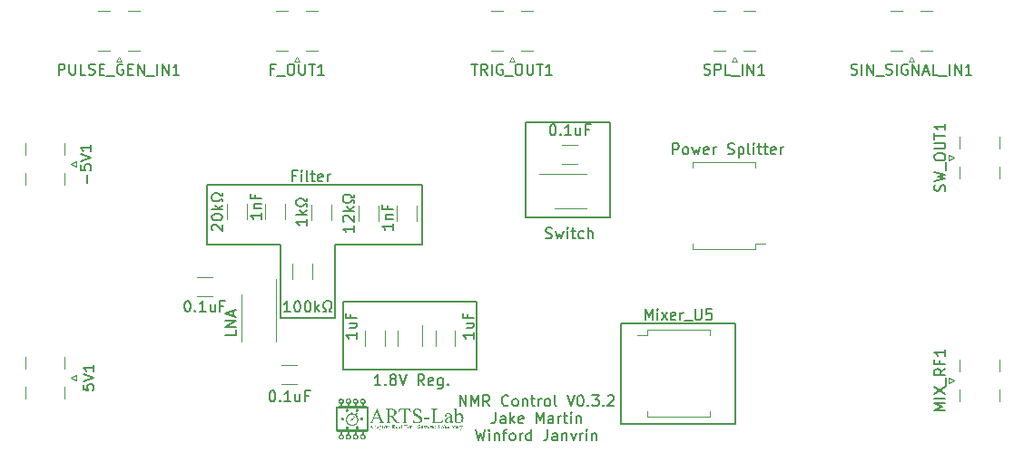
<source format=gbr>
%TF.GenerationSoftware,KiCad,Pcbnew,(6.0.1)*%
%TF.CreationDate,2023-04-04T11:04:12-04:00*%
%TF.ProjectId,NMR_control_board_V0.3.2,4e4d525f-636f-46e7-9472-6f6c5f626f61,rev?*%
%TF.SameCoordinates,Original*%
%TF.FileFunction,Legend,Top*%
%TF.FilePolarity,Positive*%
%FSLAX46Y46*%
G04 Gerber Fmt 4.6, Leading zero omitted, Abs format (unit mm)*
G04 Created by KiCad (PCBNEW (6.0.1)) date 2023-04-04 11:04:12*
%MOMM*%
%LPD*%
G01*
G04 APERTURE LIST*
%ADD10C,0.150000*%
%ADD11C,0.120000*%
G04 APERTURE END LIST*
D10*
X160528000Y-85598000D02*
X149860000Y-85598000D01*
X123952000Y-83566000D02*
X136398000Y-83566000D01*
X149860000Y-94996000D02*
X160528000Y-94996000D01*
X140970000Y-75692000D02*
X148844000Y-75692000D01*
X111252000Y-72644000D02*
X111252000Y-78232000D01*
X111252000Y-78232000D02*
X118110000Y-78232000D01*
X148844000Y-66802000D02*
X140970000Y-66802000D01*
X123698000Y-72644000D02*
X111252000Y-72644000D01*
X148844000Y-75692000D02*
X148844000Y-66802000D01*
X140970000Y-71120000D02*
X140970000Y-75692000D01*
X123190000Y-78232000D02*
X131318000Y-78232000D01*
X160528000Y-94996000D02*
X160528000Y-85598000D01*
X149860000Y-85598000D02*
X149860000Y-94996000D01*
X118110000Y-85090000D02*
X123190000Y-85090000D01*
X123190000Y-85090000D02*
X123190000Y-78232000D01*
X131318000Y-78232000D02*
X131318000Y-72644000D01*
X123952000Y-89916000D02*
X123952000Y-83566000D01*
X118110000Y-78232000D02*
X118110000Y-85090000D01*
X131318000Y-72644000D02*
X123698000Y-72644000D01*
X136398000Y-89916000D02*
X123952000Y-89916000D01*
X140970000Y-71120000D02*
X140970000Y-66802000D01*
X136398000Y-83566000D02*
X136398000Y-89916000D01*
X134819333Y-93330380D02*
X134819333Y-92330380D01*
X135390761Y-93330380D01*
X135390761Y-92330380D01*
X135866952Y-93330380D02*
X135866952Y-92330380D01*
X136200285Y-93044666D01*
X136533619Y-92330380D01*
X136533619Y-93330380D01*
X137581238Y-93330380D02*
X137247904Y-92854190D01*
X137009809Y-93330380D02*
X137009809Y-92330380D01*
X137390761Y-92330380D01*
X137486000Y-92378000D01*
X137533619Y-92425619D01*
X137581238Y-92520857D01*
X137581238Y-92663714D01*
X137533619Y-92758952D01*
X137486000Y-92806571D01*
X137390761Y-92854190D01*
X137009809Y-92854190D01*
X139343142Y-93235142D02*
X139295523Y-93282761D01*
X139152666Y-93330380D01*
X139057428Y-93330380D01*
X138914571Y-93282761D01*
X138819333Y-93187523D01*
X138771714Y-93092285D01*
X138724095Y-92901809D01*
X138724095Y-92758952D01*
X138771714Y-92568476D01*
X138819333Y-92473238D01*
X138914571Y-92378000D01*
X139057428Y-92330380D01*
X139152666Y-92330380D01*
X139295523Y-92378000D01*
X139343142Y-92425619D01*
X139914571Y-93330380D02*
X139819333Y-93282761D01*
X139771714Y-93235142D01*
X139724095Y-93139904D01*
X139724095Y-92854190D01*
X139771714Y-92758952D01*
X139819333Y-92711333D01*
X139914571Y-92663714D01*
X140057428Y-92663714D01*
X140152666Y-92711333D01*
X140200285Y-92758952D01*
X140247904Y-92854190D01*
X140247904Y-93139904D01*
X140200285Y-93235142D01*
X140152666Y-93282761D01*
X140057428Y-93330380D01*
X139914571Y-93330380D01*
X140676476Y-92663714D02*
X140676476Y-93330380D01*
X140676476Y-92758952D02*
X140724095Y-92711333D01*
X140819333Y-92663714D01*
X140962190Y-92663714D01*
X141057428Y-92711333D01*
X141105047Y-92806571D01*
X141105047Y-93330380D01*
X141438380Y-92663714D02*
X141819333Y-92663714D01*
X141581238Y-92330380D02*
X141581238Y-93187523D01*
X141628857Y-93282761D01*
X141724095Y-93330380D01*
X141819333Y-93330380D01*
X142152666Y-93330380D02*
X142152666Y-92663714D01*
X142152666Y-92854190D02*
X142200285Y-92758952D01*
X142247904Y-92711333D01*
X142343142Y-92663714D01*
X142438380Y-92663714D01*
X142914571Y-93330380D02*
X142819333Y-93282761D01*
X142771714Y-93235142D01*
X142724095Y-93139904D01*
X142724095Y-92854190D01*
X142771714Y-92758952D01*
X142819333Y-92711333D01*
X142914571Y-92663714D01*
X143057428Y-92663714D01*
X143152666Y-92711333D01*
X143200285Y-92758952D01*
X143247904Y-92854190D01*
X143247904Y-93139904D01*
X143200285Y-93235142D01*
X143152666Y-93282761D01*
X143057428Y-93330380D01*
X142914571Y-93330380D01*
X143819333Y-93330380D02*
X143724095Y-93282761D01*
X143676476Y-93187523D01*
X143676476Y-92330380D01*
X144819333Y-92330380D02*
X145152666Y-93330380D01*
X145486000Y-92330380D01*
X146009809Y-92330380D02*
X146105047Y-92330380D01*
X146200285Y-92378000D01*
X146247904Y-92425619D01*
X146295523Y-92520857D01*
X146343142Y-92711333D01*
X146343142Y-92949428D01*
X146295523Y-93139904D01*
X146247904Y-93235142D01*
X146200285Y-93282761D01*
X146105047Y-93330380D01*
X146009809Y-93330380D01*
X145914571Y-93282761D01*
X145866952Y-93235142D01*
X145819333Y-93139904D01*
X145771714Y-92949428D01*
X145771714Y-92711333D01*
X145819333Y-92520857D01*
X145866952Y-92425619D01*
X145914571Y-92378000D01*
X146009809Y-92330380D01*
X146771714Y-93235142D02*
X146819333Y-93282761D01*
X146771714Y-93330380D01*
X146724095Y-93282761D01*
X146771714Y-93235142D01*
X146771714Y-93330380D01*
X147152666Y-92330380D02*
X147771714Y-92330380D01*
X147438380Y-92711333D01*
X147581238Y-92711333D01*
X147676476Y-92758952D01*
X147724095Y-92806571D01*
X147771714Y-92901809D01*
X147771714Y-93139904D01*
X147724095Y-93235142D01*
X147676476Y-93282761D01*
X147581238Y-93330380D01*
X147295523Y-93330380D01*
X147200285Y-93282761D01*
X147152666Y-93235142D01*
X148200285Y-93235142D02*
X148247904Y-93282761D01*
X148200285Y-93330380D01*
X148152666Y-93282761D01*
X148200285Y-93235142D01*
X148200285Y-93330380D01*
X148628857Y-92425619D02*
X148676476Y-92378000D01*
X148771714Y-92330380D01*
X149009809Y-92330380D01*
X149105047Y-92378000D01*
X149152666Y-92425619D01*
X149200285Y-92520857D01*
X149200285Y-92616095D01*
X149152666Y-92758952D01*
X148581238Y-93330380D01*
X149200285Y-93330380D01*
X138152666Y-93940380D02*
X138152666Y-94654666D01*
X138105047Y-94797523D01*
X138009809Y-94892761D01*
X137866952Y-94940380D01*
X137771714Y-94940380D01*
X139057428Y-94940380D02*
X139057428Y-94416571D01*
X139009809Y-94321333D01*
X138914571Y-94273714D01*
X138724095Y-94273714D01*
X138628857Y-94321333D01*
X139057428Y-94892761D02*
X138962190Y-94940380D01*
X138724095Y-94940380D01*
X138628857Y-94892761D01*
X138581238Y-94797523D01*
X138581238Y-94702285D01*
X138628857Y-94607047D01*
X138724095Y-94559428D01*
X138962190Y-94559428D01*
X139057428Y-94511809D01*
X139533619Y-94940380D02*
X139533619Y-93940380D01*
X139628857Y-94559428D02*
X139914571Y-94940380D01*
X139914571Y-94273714D02*
X139533619Y-94654666D01*
X140724095Y-94892761D02*
X140628857Y-94940380D01*
X140438380Y-94940380D01*
X140343142Y-94892761D01*
X140295523Y-94797523D01*
X140295523Y-94416571D01*
X140343142Y-94321333D01*
X140438380Y-94273714D01*
X140628857Y-94273714D01*
X140724095Y-94321333D01*
X140771714Y-94416571D01*
X140771714Y-94511809D01*
X140295523Y-94607047D01*
X141962190Y-94940380D02*
X141962190Y-93940380D01*
X142295523Y-94654666D01*
X142628857Y-93940380D01*
X142628857Y-94940380D01*
X143533619Y-94940380D02*
X143533619Y-94416571D01*
X143486000Y-94321333D01*
X143390761Y-94273714D01*
X143200285Y-94273714D01*
X143105047Y-94321333D01*
X143533619Y-94892761D02*
X143438380Y-94940380D01*
X143200285Y-94940380D01*
X143105047Y-94892761D01*
X143057428Y-94797523D01*
X143057428Y-94702285D01*
X143105047Y-94607047D01*
X143200285Y-94559428D01*
X143438380Y-94559428D01*
X143533619Y-94511809D01*
X144009809Y-94940380D02*
X144009809Y-94273714D01*
X144009809Y-94464190D02*
X144057428Y-94368952D01*
X144105047Y-94321333D01*
X144200285Y-94273714D01*
X144295523Y-94273714D01*
X144486000Y-94273714D02*
X144866952Y-94273714D01*
X144628857Y-93940380D02*
X144628857Y-94797523D01*
X144676476Y-94892761D01*
X144771714Y-94940380D01*
X144866952Y-94940380D01*
X145200285Y-94940380D02*
X145200285Y-94273714D01*
X145200285Y-93940380D02*
X145152666Y-93988000D01*
X145200285Y-94035619D01*
X145247904Y-93988000D01*
X145200285Y-93940380D01*
X145200285Y-94035619D01*
X145676476Y-94273714D02*
X145676476Y-94940380D01*
X145676476Y-94368952D02*
X145724095Y-94321333D01*
X145819333Y-94273714D01*
X145962190Y-94273714D01*
X146057428Y-94321333D01*
X146105047Y-94416571D01*
X146105047Y-94940380D01*
X136319333Y-95550380D02*
X136557428Y-96550380D01*
X136747904Y-95836095D01*
X136938380Y-96550380D01*
X137176476Y-95550380D01*
X137557428Y-96550380D02*
X137557428Y-95883714D01*
X137557428Y-95550380D02*
X137509809Y-95598000D01*
X137557428Y-95645619D01*
X137605047Y-95598000D01*
X137557428Y-95550380D01*
X137557428Y-95645619D01*
X138033619Y-95883714D02*
X138033619Y-96550380D01*
X138033619Y-95978952D02*
X138081238Y-95931333D01*
X138176476Y-95883714D01*
X138319333Y-95883714D01*
X138414571Y-95931333D01*
X138462190Y-96026571D01*
X138462190Y-96550380D01*
X138795523Y-95883714D02*
X139176476Y-95883714D01*
X138938380Y-96550380D02*
X138938380Y-95693238D01*
X138986000Y-95598000D01*
X139081238Y-95550380D01*
X139176476Y-95550380D01*
X139652666Y-96550380D02*
X139557428Y-96502761D01*
X139509809Y-96455142D01*
X139462190Y-96359904D01*
X139462190Y-96074190D01*
X139509809Y-95978952D01*
X139557428Y-95931333D01*
X139652666Y-95883714D01*
X139795523Y-95883714D01*
X139890761Y-95931333D01*
X139938380Y-95978952D01*
X139986000Y-96074190D01*
X139986000Y-96359904D01*
X139938380Y-96455142D01*
X139890761Y-96502761D01*
X139795523Y-96550380D01*
X139652666Y-96550380D01*
X140414571Y-96550380D02*
X140414571Y-95883714D01*
X140414571Y-96074190D02*
X140462190Y-95978952D01*
X140509809Y-95931333D01*
X140605047Y-95883714D01*
X140700285Y-95883714D01*
X141462190Y-96550380D02*
X141462190Y-95550380D01*
X141462190Y-96502761D02*
X141366952Y-96550380D01*
X141176476Y-96550380D01*
X141081238Y-96502761D01*
X141033619Y-96455142D01*
X140986000Y-96359904D01*
X140986000Y-96074190D01*
X141033619Y-95978952D01*
X141081238Y-95931333D01*
X141176476Y-95883714D01*
X141366952Y-95883714D01*
X141462190Y-95931333D01*
X142986000Y-95550380D02*
X142986000Y-96264666D01*
X142938380Y-96407523D01*
X142843142Y-96502761D01*
X142700285Y-96550380D01*
X142605047Y-96550380D01*
X143890761Y-96550380D02*
X143890761Y-96026571D01*
X143843142Y-95931333D01*
X143747904Y-95883714D01*
X143557428Y-95883714D01*
X143462190Y-95931333D01*
X143890761Y-96502761D02*
X143795523Y-96550380D01*
X143557428Y-96550380D01*
X143462190Y-96502761D01*
X143414571Y-96407523D01*
X143414571Y-96312285D01*
X143462190Y-96217047D01*
X143557428Y-96169428D01*
X143795523Y-96169428D01*
X143890761Y-96121809D01*
X144366952Y-95883714D02*
X144366952Y-96550380D01*
X144366952Y-95978952D02*
X144414571Y-95931333D01*
X144509809Y-95883714D01*
X144652666Y-95883714D01*
X144747904Y-95931333D01*
X144795523Y-96026571D01*
X144795523Y-96550380D01*
X145176476Y-95883714D02*
X145414571Y-96550380D01*
X145652666Y-95883714D01*
X146033619Y-96550380D02*
X146033619Y-95883714D01*
X146033619Y-96074190D02*
X146081238Y-95978952D01*
X146128857Y-95931333D01*
X146224095Y-95883714D01*
X146319333Y-95883714D01*
X146652666Y-96550380D02*
X146652666Y-95883714D01*
X146652666Y-95550380D02*
X146605047Y-95598000D01*
X146652666Y-95645619D01*
X146700285Y-95598000D01*
X146652666Y-95550380D01*
X146652666Y-95645619D01*
X147128857Y-95883714D02*
X147128857Y-96550380D01*
X147128857Y-95978952D02*
X147176476Y-95931333D01*
X147271714Y-95883714D01*
X147414571Y-95883714D01*
X147509809Y-95931333D01*
X147557428Y-96026571D01*
X147557428Y-96550380D01*
X119523047Y-71810571D02*
X119189714Y-71810571D01*
X119189714Y-72334380D02*
X119189714Y-71334380D01*
X119665904Y-71334380D01*
X120046857Y-72334380D02*
X120046857Y-71667714D01*
X120046857Y-71334380D02*
X119999238Y-71382000D01*
X120046857Y-71429619D01*
X120094476Y-71382000D01*
X120046857Y-71334380D01*
X120046857Y-71429619D01*
X120665904Y-72334380D02*
X120570666Y-72286761D01*
X120523047Y-72191523D01*
X120523047Y-71334380D01*
X120904000Y-71667714D02*
X121284952Y-71667714D01*
X121046857Y-71334380D02*
X121046857Y-72191523D01*
X121094476Y-72286761D01*
X121189714Y-72334380D01*
X121284952Y-72334380D01*
X121999238Y-72286761D02*
X121904000Y-72334380D01*
X121713523Y-72334380D01*
X121618285Y-72286761D01*
X121570666Y-72191523D01*
X121570666Y-71810571D01*
X121618285Y-71715333D01*
X121713523Y-71667714D01*
X121904000Y-71667714D01*
X121999238Y-71715333D01*
X122046857Y-71810571D01*
X122046857Y-71905809D01*
X121570666Y-72001047D01*
X122475428Y-72334380D02*
X122475428Y-71667714D01*
X122475428Y-71858190D02*
X122523047Y-71762952D01*
X122570666Y-71715333D01*
X122665904Y-71667714D01*
X122761142Y-71667714D01*
%TO.C,-5V1*%
X100056928Y-72500904D02*
X100056928Y-71739000D01*
X99437880Y-70786619D02*
X99437880Y-71262809D01*
X99914071Y-71310428D01*
X99866452Y-71262809D01*
X99818833Y-71167571D01*
X99818833Y-70929476D01*
X99866452Y-70834238D01*
X99914071Y-70786619D01*
X100009309Y-70739000D01*
X100247404Y-70739000D01*
X100342642Y-70786619D01*
X100390261Y-70834238D01*
X100437880Y-70929476D01*
X100437880Y-71167571D01*
X100390261Y-71262809D01*
X100342642Y-71310428D01*
X99437880Y-70453285D02*
X100437880Y-70119952D01*
X99437880Y-69786619D01*
X100437880Y-68929476D02*
X100437880Y-69500904D01*
X100437880Y-69215190D02*
X99437880Y-69215190D01*
X99580738Y-69310428D01*
X99675976Y-69405666D01*
X99723595Y-69500904D01*
%TO.C,1nF*%
X116276380Y-75271238D02*
X116276380Y-75842666D01*
X116276380Y-75556952D02*
X115276380Y-75556952D01*
X115419238Y-75652190D01*
X115514476Y-75747428D01*
X115562095Y-75842666D01*
X115609714Y-74842666D02*
X116276380Y-74842666D01*
X115704952Y-74842666D02*
X115657333Y-74795047D01*
X115609714Y-74699809D01*
X115609714Y-74556952D01*
X115657333Y-74461714D01*
X115752571Y-74414095D01*
X116276380Y-74414095D01*
X115752571Y-73604571D02*
X115752571Y-73937904D01*
X116276380Y-73937904D02*
X115276380Y-73937904D01*
X115276380Y-73461714D01*
%TO.C,100k\u03A9*%
X119007142Y-84526380D02*
X118435714Y-84526380D01*
X118721428Y-84526380D02*
X118721428Y-83526380D01*
X118626190Y-83669238D01*
X118530952Y-83764476D01*
X118435714Y-83812095D01*
X119626190Y-83526380D02*
X119721428Y-83526380D01*
X119816666Y-83574000D01*
X119864285Y-83621619D01*
X119911904Y-83716857D01*
X119959523Y-83907333D01*
X119959523Y-84145428D01*
X119911904Y-84335904D01*
X119864285Y-84431142D01*
X119816666Y-84478761D01*
X119721428Y-84526380D01*
X119626190Y-84526380D01*
X119530952Y-84478761D01*
X119483333Y-84431142D01*
X119435714Y-84335904D01*
X119388095Y-84145428D01*
X119388095Y-83907333D01*
X119435714Y-83716857D01*
X119483333Y-83621619D01*
X119530952Y-83574000D01*
X119626190Y-83526380D01*
X120578571Y-83526380D02*
X120673809Y-83526380D01*
X120769047Y-83574000D01*
X120816666Y-83621619D01*
X120864285Y-83716857D01*
X120911904Y-83907333D01*
X120911904Y-84145428D01*
X120864285Y-84335904D01*
X120816666Y-84431142D01*
X120769047Y-84478761D01*
X120673809Y-84526380D01*
X120578571Y-84526380D01*
X120483333Y-84478761D01*
X120435714Y-84431142D01*
X120388095Y-84335904D01*
X120340476Y-84145428D01*
X120340476Y-83907333D01*
X120388095Y-83716857D01*
X120435714Y-83621619D01*
X120483333Y-83574000D01*
X120578571Y-83526380D01*
X121340476Y-84526380D02*
X121340476Y-83526380D01*
X121435714Y-84145428D02*
X121721428Y-84526380D01*
X121721428Y-83859714D02*
X121340476Y-84240666D01*
X122102380Y-84526380D02*
X122340476Y-84526380D01*
X122340476Y-84335904D01*
X122245238Y-84288285D01*
X122150000Y-84193047D01*
X122102380Y-84050190D01*
X122102380Y-83812095D01*
X122150000Y-83669238D01*
X122245238Y-83574000D01*
X122388095Y-83526380D01*
X122578571Y-83526380D01*
X122721428Y-83574000D01*
X122816666Y-83669238D01*
X122864285Y-83812095D01*
X122864285Y-84050190D01*
X122816666Y-84193047D01*
X122721428Y-84288285D01*
X122626190Y-84335904D01*
X122626190Y-84526380D01*
X122864285Y-84526380D01*
%TO.C,F_OUT1*%
X117491142Y-61848571D02*
X117157809Y-61848571D01*
X117157809Y-62372380D02*
X117157809Y-61372380D01*
X117634000Y-61372380D01*
X117776857Y-62467619D02*
X118538761Y-62467619D01*
X118967333Y-61372380D02*
X119157809Y-61372380D01*
X119253047Y-61420000D01*
X119348285Y-61515238D01*
X119395904Y-61705714D01*
X119395904Y-62039047D01*
X119348285Y-62229523D01*
X119253047Y-62324761D01*
X119157809Y-62372380D01*
X118967333Y-62372380D01*
X118872095Y-62324761D01*
X118776857Y-62229523D01*
X118729238Y-62039047D01*
X118729238Y-61705714D01*
X118776857Y-61515238D01*
X118872095Y-61420000D01*
X118967333Y-61372380D01*
X119824476Y-61372380D02*
X119824476Y-62181904D01*
X119872095Y-62277142D01*
X119919714Y-62324761D01*
X120014952Y-62372380D01*
X120205428Y-62372380D01*
X120300666Y-62324761D01*
X120348285Y-62277142D01*
X120395904Y-62181904D01*
X120395904Y-61372380D01*
X120729238Y-61372380D02*
X121300666Y-61372380D01*
X121014952Y-62372380D02*
X121014952Y-61372380D01*
X122157809Y-62372380D02*
X121586380Y-62372380D01*
X121872095Y-62372380D02*
X121872095Y-61372380D01*
X121776857Y-61515238D01*
X121681619Y-61610476D01*
X121586380Y-61658095D01*
%TO.C,1nF*%
X128569980Y-76287238D02*
X128569980Y-76858666D01*
X128569980Y-76572952D02*
X127569980Y-76572952D01*
X127712838Y-76668190D01*
X127808076Y-76763428D01*
X127855695Y-76858666D01*
X127903314Y-75858666D02*
X128569980Y-75858666D01*
X127998552Y-75858666D02*
X127950933Y-75811047D01*
X127903314Y-75715809D01*
X127903314Y-75572952D01*
X127950933Y-75477714D01*
X128046171Y-75430095D01*
X128569980Y-75430095D01*
X128046171Y-74620571D02*
X128046171Y-74953904D01*
X128569980Y-74953904D02*
X127569980Y-74953904D01*
X127569980Y-74477714D01*
%TO.C,1k\u03A9*%
X120543580Y-75874476D02*
X120543580Y-76445904D01*
X120543580Y-76160190D02*
X119543580Y-76160190D01*
X119686438Y-76255428D01*
X119781676Y-76350666D01*
X119829295Y-76445904D01*
X120543580Y-75445904D02*
X119543580Y-75445904D01*
X120162628Y-75350666D02*
X120543580Y-75064952D01*
X119876914Y-75064952D02*
X120257866Y-75445904D01*
X120543580Y-74684000D02*
X120543580Y-74445904D01*
X120353104Y-74445904D01*
X120305485Y-74541142D01*
X120210247Y-74636380D01*
X120067390Y-74684000D01*
X119829295Y-74684000D01*
X119686438Y-74636380D01*
X119591200Y-74541142D01*
X119543580Y-74398285D01*
X119543580Y-74207809D01*
X119591200Y-74064952D01*
X119686438Y-73969714D01*
X119829295Y-73922095D01*
X120067390Y-73922095D01*
X120210247Y-73969714D01*
X120305485Y-74064952D01*
X120353104Y-74160190D01*
X120543580Y-74160190D01*
X120543580Y-73922095D01*
%TO.C,C6*%
X109355142Y-83496780D02*
X109450380Y-83496780D01*
X109545619Y-83544400D01*
X109593238Y-83592019D01*
X109640857Y-83687257D01*
X109688476Y-83877733D01*
X109688476Y-84115828D01*
X109640857Y-84306304D01*
X109593238Y-84401542D01*
X109545619Y-84449161D01*
X109450380Y-84496780D01*
X109355142Y-84496780D01*
X109259904Y-84449161D01*
X109212285Y-84401542D01*
X109164666Y-84306304D01*
X109117047Y-84115828D01*
X109117047Y-83877733D01*
X109164666Y-83687257D01*
X109212285Y-83592019D01*
X109259904Y-83544400D01*
X109355142Y-83496780D01*
X110117047Y-84401542D02*
X110164666Y-84449161D01*
X110117047Y-84496780D01*
X110069428Y-84449161D01*
X110117047Y-84401542D01*
X110117047Y-84496780D01*
X111117047Y-84496780D02*
X110545619Y-84496780D01*
X110831333Y-84496780D02*
X110831333Y-83496780D01*
X110736095Y-83639638D01*
X110640857Y-83734876D01*
X110545619Y-83782495D01*
X111974190Y-83830114D02*
X111974190Y-84496780D01*
X111545619Y-83830114D02*
X111545619Y-84353923D01*
X111593238Y-84449161D01*
X111688476Y-84496780D01*
X111831333Y-84496780D01*
X111926571Y-84449161D01*
X111974190Y-84401542D01*
X112783714Y-83972971D02*
X112450380Y-83972971D01*
X112450380Y-84496780D02*
X112450380Y-83496780D01*
X112926571Y-83496780D01*
%TO.C,SW_OUT1*%
X180038761Y-73246857D02*
X180086380Y-73104000D01*
X180086380Y-72865904D01*
X180038761Y-72770666D01*
X179991142Y-72723047D01*
X179895904Y-72675428D01*
X179800666Y-72675428D01*
X179705428Y-72723047D01*
X179657809Y-72770666D01*
X179610190Y-72865904D01*
X179562571Y-73056380D01*
X179514952Y-73151619D01*
X179467333Y-73199238D01*
X179372095Y-73246857D01*
X179276857Y-73246857D01*
X179181619Y-73199238D01*
X179134000Y-73151619D01*
X179086380Y-73056380D01*
X179086380Y-72818285D01*
X179134000Y-72675428D01*
X179086380Y-72342095D02*
X180086380Y-72104000D01*
X179372095Y-71913523D01*
X180086380Y-71723047D01*
X179086380Y-71484952D01*
X180181619Y-71342095D02*
X180181619Y-70580190D01*
X179086380Y-70151619D02*
X179086380Y-69961142D01*
X179134000Y-69865904D01*
X179229238Y-69770666D01*
X179419714Y-69723047D01*
X179753047Y-69723047D01*
X179943523Y-69770666D01*
X180038761Y-69865904D01*
X180086380Y-69961142D01*
X180086380Y-70151619D01*
X180038761Y-70246857D01*
X179943523Y-70342095D01*
X179753047Y-70389714D01*
X179419714Y-70389714D01*
X179229238Y-70342095D01*
X179134000Y-70246857D01*
X179086380Y-70151619D01*
X179086380Y-69294476D02*
X179895904Y-69294476D01*
X179991142Y-69246857D01*
X180038761Y-69199238D01*
X180086380Y-69104000D01*
X180086380Y-68913523D01*
X180038761Y-68818285D01*
X179991142Y-68770666D01*
X179895904Y-68723047D01*
X179086380Y-68723047D01*
X179086380Y-68389714D02*
X179086380Y-67818285D01*
X180086380Y-68104000D02*
X179086380Y-68104000D01*
X180086380Y-66961142D02*
X180086380Y-67532571D01*
X180086380Y-67246857D02*
X179086380Y-67246857D01*
X179229238Y-67342095D01*
X179324476Y-67437333D01*
X179372095Y-67532571D01*
%TO.C,PULSE_GEN_IN1*%
X97401761Y-62372380D02*
X97401761Y-61372380D01*
X97782714Y-61372380D01*
X97877952Y-61420000D01*
X97925571Y-61467619D01*
X97973190Y-61562857D01*
X97973190Y-61705714D01*
X97925571Y-61800952D01*
X97877952Y-61848571D01*
X97782714Y-61896190D01*
X97401761Y-61896190D01*
X98401761Y-61372380D02*
X98401761Y-62181904D01*
X98449380Y-62277142D01*
X98497000Y-62324761D01*
X98592238Y-62372380D01*
X98782714Y-62372380D01*
X98877952Y-62324761D01*
X98925571Y-62277142D01*
X98973190Y-62181904D01*
X98973190Y-61372380D01*
X99925571Y-62372380D02*
X99449380Y-62372380D01*
X99449380Y-61372380D01*
X100211285Y-62324761D02*
X100354142Y-62372380D01*
X100592238Y-62372380D01*
X100687476Y-62324761D01*
X100735095Y-62277142D01*
X100782714Y-62181904D01*
X100782714Y-62086666D01*
X100735095Y-61991428D01*
X100687476Y-61943809D01*
X100592238Y-61896190D01*
X100401761Y-61848571D01*
X100306523Y-61800952D01*
X100258904Y-61753333D01*
X100211285Y-61658095D01*
X100211285Y-61562857D01*
X100258904Y-61467619D01*
X100306523Y-61420000D01*
X100401761Y-61372380D01*
X100639857Y-61372380D01*
X100782714Y-61420000D01*
X101211285Y-61848571D02*
X101544619Y-61848571D01*
X101687476Y-62372380D02*
X101211285Y-62372380D01*
X101211285Y-61372380D01*
X101687476Y-61372380D01*
X101877952Y-62467619D02*
X102639857Y-62467619D01*
X103401761Y-61420000D02*
X103306523Y-61372380D01*
X103163666Y-61372380D01*
X103020809Y-61420000D01*
X102925571Y-61515238D01*
X102877952Y-61610476D01*
X102830333Y-61800952D01*
X102830333Y-61943809D01*
X102877952Y-62134285D01*
X102925571Y-62229523D01*
X103020809Y-62324761D01*
X103163666Y-62372380D01*
X103258904Y-62372380D01*
X103401761Y-62324761D01*
X103449380Y-62277142D01*
X103449380Y-61943809D01*
X103258904Y-61943809D01*
X103877952Y-61848571D02*
X104211285Y-61848571D01*
X104354142Y-62372380D02*
X103877952Y-62372380D01*
X103877952Y-61372380D01*
X104354142Y-61372380D01*
X104782714Y-62372380D02*
X104782714Y-61372380D01*
X105354142Y-62372380D01*
X105354142Y-61372380D01*
X105592238Y-62467619D02*
X106354142Y-62467619D01*
X106592238Y-62372380D02*
X106592238Y-61372380D01*
X107068428Y-62372380D02*
X107068428Y-61372380D01*
X107639857Y-62372380D01*
X107639857Y-61372380D01*
X108639857Y-62372380D02*
X108068428Y-62372380D01*
X108354142Y-62372380D02*
X108354142Y-61372380D01*
X108258904Y-61515238D01*
X108163666Y-61610476D01*
X108068428Y-61658095D01*
%TO.C,20k\u03A9*%
X111773619Y-76922095D02*
X111726000Y-76874476D01*
X111678380Y-76779238D01*
X111678380Y-76541142D01*
X111726000Y-76445904D01*
X111773619Y-76398285D01*
X111868857Y-76350666D01*
X111964095Y-76350666D01*
X112106952Y-76398285D01*
X112678380Y-76969714D01*
X112678380Y-76350666D01*
X111678380Y-75731619D02*
X111678380Y-75636380D01*
X111726000Y-75541142D01*
X111773619Y-75493523D01*
X111868857Y-75445904D01*
X112059333Y-75398285D01*
X112297428Y-75398285D01*
X112487904Y-75445904D01*
X112583142Y-75493523D01*
X112630761Y-75541142D01*
X112678380Y-75636380D01*
X112678380Y-75731619D01*
X112630761Y-75826857D01*
X112583142Y-75874476D01*
X112487904Y-75922095D01*
X112297428Y-75969714D01*
X112059333Y-75969714D01*
X111868857Y-75922095D01*
X111773619Y-75874476D01*
X111726000Y-75826857D01*
X111678380Y-75731619D01*
X112678380Y-74969714D02*
X111678380Y-74969714D01*
X112297428Y-74874476D02*
X112678380Y-74588761D01*
X112011714Y-74588761D02*
X112392666Y-74969714D01*
X112678380Y-74207809D02*
X112678380Y-73969714D01*
X112487904Y-73969714D01*
X112440285Y-74064952D01*
X112345047Y-74160190D01*
X112202190Y-74207809D01*
X111964095Y-74207809D01*
X111821238Y-74160190D01*
X111726000Y-74064952D01*
X111678380Y-73922095D01*
X111678380Y-73731619D01*
X111726000Y-73588761D01*
X111821238Y-73493523D01*
X111964095Y-73445904D01*
X112202190Y-73445904D01*
X112345047Y-73493523D01*
X112440285Y-73588761D01*
X112487904Y-73684000D01*
X112678380Y-73684000D01*
X112678380Y-73445904D01*
%TO.C,Power Splitter*%
X154670761Y-69794380D02*
X154670761Y-68794380D01*
X155051714Y-68794380D01*
X155146952Y-68842000D01*
X155194571Y-68889619D01*
X155242190Y-68984857D01*
X155242190Y-69127714D01*
X155194571Y-69222952D01*
X155146952Y-69270571D01*
X155051714Y-69318190D01*
X154670761Y-69318190D01*
X155813619Y-69794380D02*
X155718380Y-69746761D01*
X155670761Y-69699142D01*
X155623142Y-69603904D01*
X155623142Y-69318190D01*
X155670761Y-69222952D01*
X155718380Y-69175333D01*
X155813619Y-69127714D01*
X155956476Y-69127714D01*
X156051714Y-69175333D01*
X156099333Y-69222952D01*
X156146952Y-69318190D01*
X156146952Y-69603904D01*
X156099333Y-69699142D01*
X156051714Y-69746761D01*
X155956476Y-69794380D01*
X155813619Y-69794380D01*
X156480285Y-69127714D02*
X156670761Y-69794380D01*
X156861238Y-69318190D01*
X157051714Y-69794380D01*
X157242190Y-69127714D01*
X158004095Y-69746761D02*
X157908857Y-69794380D01*
X157718380Y-69794380D01*
X157623142Y-69746761D01*
X157575523Y-69651523D01*
X157575523Y-69270571D01*
X157623142Y-69175333D01*
X157718380Y-69127714D01*
X157908857Y-69127714D01*
X158004095Y-69175333D01*
X158051714Y-69270571D01*
X158051714Y-69365809D01*
X157575523Y-69461047D01*
X158480285Y-69794380D02*
X158480285Y-69127714D01*
X158480285Y-69318190D02*
X158527904Y-69222952D01*
X158575523Y-69175333D01*
X158670761Y-69127714D01*
X158766000Y-69127714D01*
X159813619Y-69746761D02*
X159956476Y-69794380D01*
X160194571Y-69794380D01*
X160289809Y-69746761D01*
X160337428Y-69699142D01*
X160385047Y-69603904D01*
X160385047Y-69508666D01*
X160337428Y-69413428D01*
X160289809Y-69365809D01*
X160194571Y-69318190D01*
X160004095Y-69270571D01*
X159908857Y-69222952D01*
X159861238Y-69175333D01*
X159813619Y-69080095D01*
X159813619Y-68984857D01*
X159861238Y-68889619D01*
X159908857Y-68842000D01*
X160004095Y-68794380D01*
X160242190Y-68794380D01*
X160385047Y-68842000D01*
X160813619Y-69127714D02*
X160813619Y-70127714D01*
X160813619Y-69175333D02*
X160908857Y-69127714D01*
X161099333Y-69127714D01*
X161194571Y-69175333D01*
X161242190Y-69222952D01*
X161289809Y-69318190D01*
X161289809Y-69603904D01*
X161242190Y-69699142D01*
X161194571Y-69746761D01*
X161099333Y-69794380D01*
X160908857Y-69794380D01*
X160813619Y-69746761D01*
X161861238Y-69794380D02*
X161766000Y-69746761D01*
X161718380Y-69651523D01*
X161718380Y-68794380D01*
X162242190Y-69794380D02*
X162242190Y-69127714D01*
X162242190Y-68794380D02*
X162194571Y-68842000D01*
X162242190Y-68889619D01*
X162289809Y-68842000D01*
X162242190Y-68794380D01*
X162242190Y-68889619D01*
X162575523Y-69127714D02*
X162956476Y-69127714D01*
X162718380Y-68794380D02*
X162718380Y-69651523D01*
X162766000Y-69746761D01*
X162861238Y-69794380D01*
X162956476Y-69794380D01*
X163146952Y-69127714D02*
X163527904Y-69127714D01*
X163289809Y-68794380D02*
X163289809Y-69651523D01*
X163337428Y-69746761D01*
X163432666Y-69794380D01*
X163527904Y-69794380D01*
X164242190Y-69746761D02*
X164146952Y-69794380D01*
X163956476Y-69794380D01*
X163861238Y-69746761D01*
X163813619Y-69651523D01*
X163813619Y-69270571D01*
X163861238Y-69175333D01*
X163956476Y-69127714D01*
X164146952Y-69127714D01*
X164242190Y-69175333D01*
X164289809Y-69270571D01*
X164289809Y-69365809D01*
X163813619Y-69461047D01*
X164718380Y-69794380D02*
X164718380Y-69127714D01*
X164718380Y-69318190D02*
X164766000Y-69222952D01*
X164813619Y-69175333D01*
X164908857Y-69127714D01*
X165004095Y-69127714D01*
%TO.C,TRIG_OUT1*%
X135890476Y-61372380D02*
X136461904Y-61372380D01*
X136176190Y-62372380D02*
X136176190Y-61372380D01*
X137366666Y-62372380D02*
X137033333Y-61896190D01*
X136795238Y-62372380D02*
X136795238Y-61372380D01*
X137176190Y-61372380D01*
X137271428Y-61420000D01*
X137319047Y-61467619D01*
X137366666Y-61562857D01*
X137366666Y-61705714D01*
X137319047Y-61800952D01*
X137271428Y-61848571D01*
X137176190Y-61896190D01*
X136795238Y-61896190D01*
X137795238Y-62372380D02*
X137795238Y-61372380D01*
X138795238Y-61420000D02*
X138700000Y-61372380D01*
X138557142Y-61372380D01*
X138414285Y-61420000D01*
X138319047Y-61515238D01*
X138271428Y-61610476D01*
X138223809Y-61800952D01*
X138223809Y-61943809D01*
X138271428Y-62134285D01*
X138319047Y-62229523D01*
X138414285Y-62324761D01*
X138557142Y-62372380D01*
X138652380Y-62372380D01*
X138795238Y-62324761D01*
X138842857Y-62277142D01*
X138842857Y-61943809D01*
X138652380Y-61943809D01*
X139033333Y-62467619D02*
X139795238Y-62467619D01*
X140223809Y-61372380D02*
X140414285Y-61372380D01*
X140509523Y-61420000D01*
X140604761Y-61515238D01*
X140652380Y-61705714D01*
X140652380Y-62039047D01*
X140604761Y-62229523D01*
X140509523Y-62324761D01*
X140414285Y-62372380D01*
X140223809Y-62372380D01*
X140128571Y-62324761D01*
X140033333Y-62229523D01*
X139985714Y-62039047D01*
X139985714Y-61705714D01*
X140033333Y-61515238D01*
X140128571Y-61420000D01*
X140223809Y-61372380D01*
X141080952Y-61372380D02*
X141080952Y-62181904D01*
X141128571Y-62277142D01*
X141176190Y-62324761D01*
X141271428Y-62372380D01*
X141461904Y-62372380D01*
X141557142Y-62324761D01*
X141604761Y-62277142D01*
X141652380Y-62181904D01*
X141652380Y-61372380D01*
X141985714Y-61372380D02*
X142557142Y-61372380D01*
X142271428Y-62372380D02*
X142271428Y-61372380D01*
X143414285Y-62372380D02*
X142842857Y-62372380D01*
X143128571Y-62372380D02*
X143128571Y-61372380D01*
X143033333Y-61515238D01*
X142938095Y-61610476D01*
X142842857Y-61658095D01*
%TO.C,SPL_IN1*%
X157591476Y-62324761D02*
X157734333Y-62372380D01*
X157972428Y-62372380D01*
X158067666Y-62324761D01*
X158115285Y-62277142D01*
X158162904Y-62181904D01*
X158162904Y-62086666D01*
X158115285Y-61991428D01*
X158067666Y-61943809D01*
X157972428Y-61896190D01*
X157781952Y-61848571D01*
X157686714Y-61800952D01*
X157639095Y-61753333D01*
X157591476Y-61658095D01*
X157591476Y-61562857D01*
X157639095Y-61467619D01*
X157686714Y-61420000D01*
X157781952Y-61372380D01*
X158020047Y-61372380D01*
X158162904Y-61420000D01*
X158591476Y-62372380D02*
X158591476Y-61372380D01*
X158972428Y-61372380D01*
X159067666Y-61420000D01*
X159115285Y-61467619D01*
X159162904Y-61562857D01*
X159162904Y-61705714D01*
X159115285Y-61800952D01*
X159067666Y-61848571D01*
X158972428Y-61896190D01*
X158591476Y-61896190D01*
X160067666Y-62372380D02*
X159591476Y-62372380D01*
X159591476Y-61372380D01*
X160162904Y-62467619D02*
X160924809Y-62467619D01*
X161162904Y-62372380D02*
X161162904Y-61372380D01*
X161639095Y-62372380D02*
X161639095Y-61372380D01*
X162210523Y-62372380D01*
X162210523Y-61372380D01*
X163210523Y-62372380D02*
X162639095Y-62372380D01*
X162924809Y-62372380D02*
X162924809Y-61372380D01*
X162829571Y-61515238D01*
X162734333Y-61610476D01*
X162639095Y-61658095D01*
%TO.C,C7*%
X117279942Y-91908380D02*
X117375180Y-91908380D01*
X117470419Y-91956000D01*
X117518038Y-92003619D01*
X117565657Y-92098857D01*
X117613276Y-92289333D01*
X117613276Y-92527428D01*
X117565657Y-92717904D01*
X117518038Y-92813142D01*
X117470419Y-92860761D01*
X117375180Y-92908380D01*
X117279942Y-92908380D01*
X117184704Y-92860761D01*
X117137085Y-92813142D01*
X117089466Y-92717904D01*
X117041847Y-92527428D01*
X117041847Y-92289333D01*
X117089466Y-92098857D01*
X117137085Y-92003619D01*
X117184704Y-91956000D01*
X117279942Y-91908380D01*
X118041847Y-92813142D02*
X118089466Y-92860761D01*
X118041847Y-92908380D01*
X117994228Y-92860761D01*
X118041847Y-92813142D01*
X118041847Y-92908380D01*
X119041847Y-92908380D02*
X118470419Y-92908380D01*
X118756133Y-92908380D02*
X118756133Y-91908380D01*
X118660895Y-92051238D01*
X118565657Y-92146476D01*
X118470419Y-92194095D01*
X119898990Y-92241714D02*
X119898990Y-92908380D01*
X119470419Y-92241714D02*
X119470419Y-92765523D01*
X119518038Y-92860761D01*
X119613276Y-92908380D01*
X119756133Y-92908380D01*
X119851371Y-92860761D01*
X119898990Y-92813142D01*
X120708514Y-92384571D02*
X120375180Y-92384571D01*
X120375180Y-92908380D02*
X120375180Y-91908380D01*
X120851371Y-91908380D01*
%TO.C,SIN_SIGNAL_IN1*%
X171320952Y-62324761D02*
X171463809Y-62372380D01*
X171701904Y-62372380D01*
X171797142Y-62324761D01*
X171844761Y-62277142D01*
X171892380Y-62181904D01*
X171892380Y-62086666D01*
X171844761Y-61991428D01*
X171797142Y-61943809D01*
X171701904Y-61896190D01*
X171511428Y-61848571D01*
X171416190Y-61800952D01*
X171368571Y-61753333D01*
X171320952Y-61658095D01*
X171320952Y-61562857D01*
X171368571Y-61467619D01*
X171416190Y-61420000D01*
X171511428Y-61372380D01*
X171749523Y-61372380D01*
X171892380Y-61420000D01*
X172320952Y-62372380D02*
X172320952Y-61372380D01*
X172797142Y-62372380D02*
X172797142Y-61372380D01*
X173368571Y-62372380D01*
X173368571Y-61372380D01*
X173606666Y-62467619D02*
X174368571Y-62467619D01*
X174559047Y-62324761D02*
X174701904Y-62372380D01*
X174940000Y-62372380D01*
X175035238Y-62324761D01*
X175082857Y-62277142D01*
X175130476Y-62181904D01*
X175130476Y-62086666D01*
X175082857Y-61991428D01*
X175035238Y-61943809D01*
X174940000Y-61896190D01*
X174749523Y-61848571D01*
X174654285Y-61800952D01*
X174606666Y-61753333D01*
X174559047Y-61658095D01*
X174559047Y-61562857D01*
X174606666Y-61467619D01*
X174654285Y-61420000D01*
X174749523Y-61372380D01*
X174987619Y-61372380D01*
X175130476Y-61420000D01*
X175559047Y-62372380D02*
X175559047Y-61372380D01*
X176559047Y-61420000D02*
X176463809Y-61372380D01*
X176320952Y-61372380D01*
X176178095Y-61420000D01*
X176082857Y-61515238D01*
X176035238Y-61610476D01*
X175987619Y-61800952D01*
X175987619Y-61943809D01*
X176035238Y-62134285D01*
X176082857Y-62229523D01*
X176178095Y-62324761D01*
X176320952Y-62372380D01*
X176416190Y-62372380D01*
X176559047Y-62324761D01*
X176606666Y-62277142D01*
X176606666Y-61943809D01*
X176416190Y-61943809D01*
X177035238Y-62372380D02*
X177035238Y-61372380D01*
X177606666Y-62372380D01*
X177606666Y-61372380D01*
X178035238Y-62086666D02*
X178511428Y-62086666D01*
X177940000Y-62372380D02*
X178273333Y-61372380D01*
X178606666Y-62372380D01*
X179416190Y-62372380D02*
X178940000Y-62372380D01*
X178940000Y-61372380D01*
X179511428Y-62467619D02*
X180273333Y-62467619D01*
X180511428Y-62372380D02*
X180511428Y-61372380D01*
X180987619Y-62372380D02*
X180987619Y-61372380D01*
X181559047Y-62372380D01*
X181559047Y-61372380D01*
X182559047Y-62372380D02*
X181987619Y-62372380D01*
X182273333Y-62372380D02*
X182273333Y-61372380D01*
X182178095Y-61515238D01*
X182082857Y-61610476D01*
X181987619Y-61658095D01*
%TO.C,1.8V Reg.*%
X127444857Y-91384380D02*
X126873428Y-91384380D01*
X127159142Y-91384380D02*
X127159142Y-90384380D01*
X127063904Y-90527238D01*
X126968666Y-90622476D01*
X126873428Y-90670095D01*
X127873428Y-91289142D02*
X127921047Y-91336761D01*
X127873428Y-91384380D01*
X127825809Y-91336761D01*
X127873428Y-91289142D01*
X127873428Y-91384380D01*
X128492476Y-90812952D02*
X128397238Y-90765333D01*
X128349619Y-90717714D01*
X128302000Y-90622476D01*
X128302000Y-90574857D01*
X128349619Y-90479619D01*
X128397238Y-90432000D01*
X128492476Y-90384380D01*
X128682952Y-90384380D01*
X128778190Y-90432000D01*
X128825809Y-90479619D01*
X128873428Y-90574857D01*
X128873428Y-90622476D01*
X128825809Y-90717714D01*
X128778190Y-90765333D01*
X128682952Y-90812952D01*
X128492476Y-90812952D01*
X128397238Y-90860571D01*
X128349619Y-90908190D01*
X128302000Y-91003428D01*
X128302000Y-91193904D01*
X128349619Y-91289142D01*
X128397238Y-91336761D01*
X128492476Y-91384380D01*
X128682952Y-91384380D01*
X128778190Y-91336761D01*
X128825809Y-91289142D01*
X128873428Y-91193904D01*
X128873428Y-91003428D01*
X128825809Y-90908190D01*
X128778190Y-90860571D01*
X128682952Y-90812952D01*
X129159142Y-90384380D02*
X129492476Y-91384380D01*
X129825809Y-90384380D01*
X131492476Y-91384380D02*
X131159142Y-90908190D01*
X130921047Y-91384380D02*
X130921047Y-90384380D01*
X131302000Y-90384380D01*
X131397238Y-90432000D01*
X131444857Y-90479619D01*
X131492476Y-90574857D01*
X131492476Y-90717714D01*
X131444857Y-90812952D01*
X131397238Y-90860571D01*
X131302000Y-90908190D01*
X130921047Y-90908190D01*
X132302000Y-91336761D02*
X132206761Y-91384380D01*
X132016285Y-91384380D01*
X131921047Y-91336761D01*
X131873428Y-91241523D01*
X131873428Y-90860571D01*
X131921047Y-90765333D01*
X132016285Y-90717714D01*
X132206761Y-90717714D01*
X132302000Y-90765333D01*
X132349619Y-90860571D01*
X132349619Y-90955809D01*
X131873428Y-91051047D01*
X133206761Y-90717714D02*
X133206761Y-91527238D01*
X133159142Y-91622476D01*
X133111523Y-91670095D01*
X133016285Y-91717714D01*
X132873428Y-91717714D01*
X132778190Y-91670095D01*
X133206761Y-91336761D02*
X133111523Y-91384380D01*
X132921047Y-91384380D01*
X132825809Y-91336761D01*
X132778190Y-91289142D01*
X132730571Y-91193904D01*
X132730571Y-90908190D01*
X132778190Y-90812952D01*
X132825809Y-90765333D01*
X132921047Y-90717714D01*
X133111523Y-90717714D01*
X133206761Y-90765333D01*
X133682952Y-91289142D02*
X133730571Y-91336761D01*
X133682952Y-91384380D01*
X133635333Y-91336761D01*
X133682952Y-91289142D01*
X133682952Y-91384380D01*
%TO.C,C4*%
X136088380Y-86447238D02*
X136088380Y-87018666D01*
X136088380Y-86732952D02*
X135088380Y-86732952D01*
X135231238Y-86828190D01*
X135326476Y-86923428D01*
X135374095Y-87018666D01*
X135421714Y-85590095D02*
X136088380Y-85590095D01*
X135421714Y-86018666D02*
X135945523Y-86018666D01*
X136040761Y-85971047D01*
X136088380Y-85875809D01*
X136088380Y-85732952D01*
X136040761Y-85637714D01*
X135993142Y-85590095D01*
X135564571Y-84780571D02*
X135564571Y-85113904D01*
X136088380Y-85113904D02*
X135088380Y-85113904D01*
X135088380Y-84637714D01*
%TO.C,C2*%
X125166380Y-86447238D02*
X125166380Y-87018666D01*
X125166380Y-86732952D02*
X124166380Y-86732952D01*
X124309238Y-86828190D01*
X124404476Y-86923428D01*
X124452095Y-87018666D01*
X124499714Y-85590095D02*
X125166380Y-85590095D01*
X124499714Y-86018666D02*
X125023523Y-86018666D01*
X125118761Y-85971047D01*
X125166380Y-85875809D01*
X125166380Y-85732952D01*
X125118761Y-85637714D01*
X125071142Y-85590095D01*
X124642571Y-84780571D02*
X124642571Y-85113904D01*
X125166380Y-85113904D02*
X124166380Y-85113904D01*
X124166380Y-84637714D01*
%TO.C,12k\u03A9*%
X124912380Y-76477666D02*
X124912380Y-77049095D01*
X124912380Y-76763380D02*
X123912380Y-76763380D01*
X124055238Y-76858619D01*
X124150476Y-76953857D01*
X124198095Y-77049095D01*
X124007619Y-76096714D02*
X123960000Y-76049095D01*
X123912380Y-75953857D01*
X123912380Y-75715761D01*
X123960000Y-75620523D01*
X124007619Y-75572904D01*
X124102857Y-75525285D01*
X124198095Y-75525285D01*
X124340952Y-75572904D01*
X124912380Y-76144333D01*
X124912380Y-75525285D01*
X124912380Y-75096714D02*
X123912380Y-75096714D01*
X124531428Y-75001476D02*
X124912380Y-74715761D01*
X124245714Y-74715761D02*
X124626666Y-75096714D01*
X124912380Y-74334809D02*
X124912380Y-74096714D01*
X124721904Y-74096714D01*
X124674285Y-74191952D01*
X124579047Y-74287190D01*
X124436190Y-74334809D01*
X124198095Y-74334809D01*
X124055238Y-74287190D01*
X123960000Y-74191952D01*
X123912380Y-74049095D01*
X123912380Y-73858619D01*
X123960000Y-73715761D01*
X124055238Y-73620523D01*
X124198095Y-73572904D01*
X124436190Y-73572904D01*
X124579047Y-73620523D01*
X124674285Y-73715761D01*
X124721904Y-73811000D01*
X124912380Y-73811000D01*
X124912380Y-73572904D01*
%TO.C,5V1*%
X99691880Y-91344666D02*
X99691880Y-91820857D01*
X100168071Y-91868476D01*
X100120452Y-91820857D01*
X100072833Y-91725619D01*
X100072833Y-91487523D01*
X100120452Y-91392285D01*
X100168071Y-91344666D01*
X100263309Y-91297047D01*
X100501404Y-91297047D01*
X100596642Y-91344666D01*
X100644261Y-91392285D01*
X100691880Y-91487523D01*
X100691880Y-91725619D01*
X100644261Y-91820857D01*
X100596642Y-91868476D01*
X99691880Y-91011333D02*
X100691880Y-90678000D01*
X99691880Y-90344666D01*
X100691880Y-89487523D02*
X100691880Y-90058952D01*
X100691880Y-89773238D02*
X99691880Y-89773238D01*
X99834738Y-89868476D01*
X99929976Y-89963714D01*
X99977595Y-90058952D01*
%TO.C,LNA*%
X113939580Y-86240857D02*
X113939580Y-86717047D01*
X112939580Y-86717047D01*
X113939580Y-85907523D02*
X112939580Y-85907523D01*
X113939580Y-85336095D01*
X112939580Y-85336095D01*
X113653866Y-84907523D02*
X113653866Y-84431333D01*
X113939580Y-85002761D02*
X112939580Y-84669428D01*
X113939580Y-84336095D01*
%TO.C,Mixer_U5*%
X152098761Y-85288380D02*
X152098761Y-84288380D01*
X152432095Y-85002666D01*
X152765428Y-84288380D01*
X152765428Y-85288380D01*
X153241619Y-85288380D02*
X153241619Y-84621714D01*
X153241619Y-84288380D02*
X153194000Y-84336000D01*
X153241619Y-84383619D01*
X153289238Y-84336000D01*
X153241619Y-84288380D01*
X153241619Y-84383619D01*
X153622571Y-85288380D02*
X154146380Y-84621714D01*
X153622571Y-84621714D02*
X154146380Y-85288380D01*
X154908285Y-85240761D02*
X154813047Y-85288380D01*
X154622571Y-85288380D01*
X154527333Y-85240761D01*
X154479714Y-85145523D01*
X154479714Y-84764571D01*
X154527333Y-84669333D01*
X154622571Y-84621714D01*
X154813047Y-84621714D01*
X154908285Y-84669333D01*
X154955904Y-84764571D01*
X154955904Y-84859809D01*
X154479714Y-84955047D01*
X155384476Y-85288380D02*
X155384476Y-84621714D01*
X155384476Y-84812190D02*
X155432095Y-84716952D01*
X155479714Y-84669333D01*
X155574952Y-84621714D01*
X155670190Y-84621714D01*
X155765428Y-85383619D02*
X156527333Y-85383619D01*
X156765428Y-84288380D02*
X156765428Y-85097904D01*
X156813047Y-85193142D01*
X156860666Y-85240761D01*
X156955904Y-85288380D01*
X157146380Y-85288380D01*
X157241619Y-85240761D01*
X157289238Y-85193142D01*
X157336857Y-85097904D01*
X157336857Y-84288380D01*
X158289238Y-84288380D02*
X157813047Y-84288380D01*
X157765428Y-84764571D01*
X157813047Y-84716952D01*
X157908285Y-84669333D01*
X158146380Y-84669333D01*
X158241619Y-84716952D01*
X158289238Y-84764571D01*
X158336857Y-84859809D01*
X158336857Y-85097904D01*
X158289238Y-85193142D01*
X158241619Y-85240761D01*
X158146380Y-85288380D01*
X157908285Y-85288380D01*
X157813047Y-85240761D01*
X157765428Y-85193142D01*
%TO.C,C5*%
X143443742Y-67016380D02*
X143538980Y-67016380D01*
X143634219Y-67064000D01*
X143681838Y-67111619D01*
X143729457Y-67206857D01*
X143777076Y-67397333D01*
X143777076Y-67635428D01*
X143729457Y-67825904D01*
X143681838Y-67921142D01*
X143634219Y-67968761D01*
X143538980Y-68016380D01*
X143443742Y-68016380D01*
X143348504Y-67968761D01*
X143300885Y-67921142D01*
X143253266Y-67825904D01*
X143205647Y-67635428D01*
X143205647Y-67397333D01*
X143253266Y-67206857D01*
X143300885Y-67111619D01*
X143348504Y-67064000D01*
X143443742Y-67016380D01*
X144205647Y-67921142D02*
X144253266Y-67968761D01*
X144205647Y-68016380D01*
X144158028Y-67968761D01*
X144205647Y-67921142D01*
X144205647Y-68016380D01*
X145205647Y-68016380D02*
X144634219Y-68016380D01*
X144919933Y-68016380D02*
X144919933Y-67016380D01*
X144824695Y-67159238D01*
X144729457Y-67254476D01*
X144634219Y-67302095D01*
X146062790Y-67349714D02*
X146062790Y-68016380D01*
X145634219Y-67349714D02*
X145634219Y-67873523D01*
X145681838Y-67968761D01*
X145777076Y-68016380D01*
X145919933Y-68016380D01*
X146015171Y-67968761D01*
X146062790Y-67921142D01*
X146872314Y-67492571D02*
X146538980Y-67492571D01*
X146538980Y-68016380D02*
X146538980Y-67016380D01*
X147015171Y-67016380D01*
%TO.C,Switch*%
X142819714Y-77620761D02*
X142962571Y-77668380D01*
X143200666Y-77668380D01*
X143295904Y-77620761D01*
X143343523Y-77573142D01*
X143391142Y-77477904D01*
X143391142Y-77382666D01*
X143343523Y-77287428D01*
X143295904Y-77239809D01*
X143200666Y-77192190D01*
X143010190Y-77144571D01*
X142914952Y-77096952D01*
X142867333Y-77049333D01*
X142819714Y-76954095D01*
X142819714Y-76858857D01*
X142867333Y-76763619D01*
X142914952Y-76716000D01*
X143010190Y-76668380D01*
X143248285Y-76668380D01*
X143391142Y-76716000D01*
X143724476Y-77001714D02*
X143914952Y-77668380D01*
X144105428Y-77192190D01*
X144295904Y-77668380D01*
X144486380Y-77001714D01*
X144867333Y-77668380D02*
X144867333Y-77001714D01*
X144867333Y-76668380D02*
X144819714Y-76716000D01*
X144867333Y-76763619D01*
X144914952Y-76716000D01*
X144867333Y-76668380D01*
X144867333Y-76763619D01*
X145200666Y-77001714D02*
X145581619Y-77001714D01*
X145343523Y-76668380D02*
X145343523Y-77525523D01*
X145391142Y-77620761D01*
X145486380Y-77668380D01*
X145581619Y-77668380D01*
X146343523Y-77620761D02*
X146248285Y-77668380D01*
X146057809Y-77668380D01*
X145962571Y-77620761D01*
X145914952Y-77573142D01*
X145867333Y-77477904D01*
X145867333Y-77192190D01*
X145914952Y-77096952D01*
X145962571Y-77049333D01*
X146057809Y-77001714D01*
X146248285Y-77001714D01*
X146343523Y-77049333D01*
X146772095Y-77668380D02*
X146772095Y-76668380D01*
X147200666Y-77668380D02*
X147200666Y-77144571D01*
X147153047Y-77049333D01*
X147057809Y-77001714D01*
X146914952Y-77001714D01*
X146819714Y-77049333D01*
X146772095Y-77096952D01*
%TO.C,MIX_RF1*%
X180086380Y-93765333D02*
X179086380Y-93765333D01*
X179800666Y-93432000D01*
X179086380Y-93098666D01*
X180086380Y-93098666D01*
X180086380Y-92622476D02*
X179086380Y-92622476D01*
X179086380Y-92241523D02*
X180086380Y-91574857D01*
X179086380Y-91574857D02*
X180086380Y-92241523D01*
X180181619Y-91432000D02*
X180181619Y-90670095D01*
X180086380Y-89860571D02*
X179610190Y-90193904D01*
X180086380Y-90432000D02*
X179086380Y-90432000D01*
X179086380Y-90051047D01*
X179134000Y-89955809D01*
X179181619Y-89908190D01*
X179276857Y-89860571D01*
X179419714Y-89860571D01*
X179514952Y-89908190D01*
X179562571Y-89955809D01*
X179610190Y-90051047D01*
X179610190Y-90432000D01*
X179562571Y-89098666D02*
X179562571Y-89432000D01*
X180086380Y-89432000D02*
X179086380Y-89432000D01*
X179086380Y-88955809D01*
X180086380Y-88051047D02*
X180086380Y-88622476D01*
X180086380Y-88336761D02*
X179086380Y-88336761D01*
X179229238Y-88432000D01*
X179324476Y-88527238D01*
X179372095Y-88622476D01*
D11*
%TO.C,-5V1*%
X99026000Y-70489000D02*
X98526000Y-70739000D01*
X97976000Y-68789000D02*
X97976000Y-69899000D01*
X94266000Y-71579000D02*
X94266000Y-72689000D01*
X97976000Y-71579000D02*
X97976000Y-72689000D01*
X98526000Y-70739000D02*
X99026000Y-70989000D01*
X94266000Y-68789000D02*
X94266000Y-69899000D01*
X99026000Y-70989000D02*
X99026000Y-70489000D01*
%TO.C,G\u002A\u002A\u002A*%
G36*
X127785451Y-95220005D02*
G01*
X127788220Y-95245369D01*
X127790021Y-95282703D01*
X127790559Y-95321279D01*
X127790786Y-95369767D01*
X127791942Y-95401981D01*
X127794740Y-95421703D01*
X127799893Y-95432713D01*
X127808113Y-95438793D01*
X127813121Y-95440975D01*
X127820558Y-95445867D01*
X127811795Y-95448709D01*
X127785223Y-95449837D01*
X127770504Y-95449888D01*
X127740044Y-95449044D01*
X127721981Y-95446975D01*
X127720074Y-95444123D01*
X127720366Y-95444006D01*
X127734229Y-95436175D01*
X127743066Y-95422749D01*
X127747961Y-95399714D01*
X127749996Y-95363056D01*
X127750295Y-95333167D01*
X127749934Y-95292041D01*
X127747962Y-95266546D01*
X127743327Y-95252265D01*
X127734977Y-95244784D01*
X127728578Y-95242026D01*
X127715700Y-95236120D01*
X127718009Y-95230934D01*
X127737388Y-95223243D01*
X127740102Y-95222294D01*
X127764821Y-95214456D01*
X127781045Y-95210707D01*
X127782028Y-95210652D01*
X127785451Y-95220005D01*
G37*
G36*
X129112110Y-95353018D02*
G01*
X129140916Y-95332160D01*
X129161383Y-95320956D01*
X129192114Y-95304539D01*
X129208147Y-95290459D01*
X129213751Y-95274544D01*
X129214028Y-95269539D01*
X129207740Y-95240434D01*
X129191381Y-95224667D01*
X129170551Y-95223059D01*
X129150850Y-95236433D01*
X129139620Y-95258623D01*
X129127918Y-95280895D01*
X129113261Y-95288762D01*
X129100629Y-95281057D01*
X129096157Y-95268812D01*
X129100574Y-95244789D01*
X129121199Y-95225521D01*
X129154318Y-95213473D01*
X129183832Y-95210652D01*
X129217455Y-95213270D01*
X129240448Y-95223126D01*
X129254703Y-95243221D01*
X129262109Y-95276558D01*
X129264560Y-95326139D01*
X129264621Y-95338904D01*
X129264851Y-95379629D01*
X129266260Y-95403960D01*
X129269924Y-95415558D01*
X129276922Y-95418086D01*
X129287184Y-95415562D01*
X129302459Y-95411464D01*
X129302753Y-95415775D01*
X129290643Y-95429927D01*
X129270568Y-95444758D01*
X129248514Y-95450963D01*
X129231003Y-95447915D01*
X129224511Y-95436274D01*
X129220326Y-95423231D01*
X129206532Y-95425615D01*
X129190005Y-95436593D01*
X129158096Y-95450552D01*
X129126163Y-95447813D01*
X129100391Y-95429144D01*
X129097486Y-95425091D01*
X129086444Y-95404096D01*
X129087851Y-95386658D01*
X129091250Y-95379654D01*
X129134262Y-95379654D01*
X129136425Y-95402545D01*
X129140947Y-95414547D01*
X129158422Y-95420637D01*
X129184469Y-95419154D01*
X129198622Y-95415146D01*
X129209171Y-95404022D01*
X129213939Y-95378788D01*
X129214483Y-95359790D01*
X129214483Y-95310521D01*
X129174373Y-95330984D01*
X129148176Y-95347005D01*
X129136445Y-95363201D01*
X129134262Y-95379654D01*
X129091250Y-95379654D01*
X129094748Y-95372446D01*
X129112110Y-95353018D01*
G37*
G36*
X126780606Y-94270473D02*
G01*
X126824835Y-94167413D01*
X126833179Y-94147911D01*
X126885136Y-94026619D01*
X126929904Y-93922598D01*
X126968049Y-93834620D01*
X127000136Y-93761459D01*
X127026729Y-93701890D01*
X127048395Y-93654686D01*
X127065698Y-93618620D01*
X127079202Y-93592467D01*
X127089473Y-93575000D01*
X127097076Y-93564994D01*
X127102576Y-93561221D01*
X127103553Y-93561106D01*
X127108730Y-93563640D01*
X127115778Y-93572091D01*
X127125273Y-93587728D01*
X127137789Y-93611822D01*
X127153904Y-93645645D01*
X127174192Y-93690467D01*
X127199230Y-93747558D01*
X127229593Y-93818190D01*
X127265858Y-93903633D01*
X127308599Y-94005158D01*
X127355718Y-94117640D01*
X127398601Y-94219924D01*
X127440171Y-94318584D01*
X127479618Y-94411727D01*
X127516130Y-94497462D01*
X127548899Y-94573898D01*
X127577112Y-94639143D01*
X127599959Y-94691306D01*
X127616631Y-94728496D01*
X127625517Y-94747269D01*
X127661318Y-94806699D01*
X127699453Y-94847450D01*
X127741299Y-94870873D01*
X127755462Y-94874878D01*
X127790567Y-94883249D01*
X127810263Y-94889924D01*
X127818853Y-94896922D01*
X127820642Y-94905485D01*
X127817995Y-94909881D01*
X127808657Y-94913307D01*
X127790535Y-94915875D01*
X127761536Y-94917698D01*
X127719566Y-94918889D01*
X127662531Y-94919563D01*
X127588339Y-94919831D01*
X127554910Y-94919851D01*
X127473585Y-94919707D01*
X127410222Y-94919203D01*
X127362724Y-94918223D01*
X127329001Y-94916655D01*
X127306957Y-94914386D01*
X127294499Y-94911303D01*
X127289535Y-94907292D01*
X127289177Y-94905485D01*
X127292044Y-94895603D01*
X127303405Y-94888072D01*
X127327402Y-94880992D01*
X127355824Y-94874907D01*
X127392482Y-94859302D01*
X127415328Y-94831757D01*
X127421734Y-94799532D01*
X127420783Y-94782438D01*
X127418234Y-94765595D01*
X127412974Y-94745592D01*
X127403892Y-94719020D01*
X127389876Y-94682469D01*
X127369814Y-94632530D01*
X127357102Y-94601309D01*
X127306912Y-94478306D01*
X126783340Y-94483648D01*
X126725581Y-94619022D01*
X126696767Y-94689978D01*
X126677767Y-94745648D01*
X126668275Y-94788058D01*
X126667983Y-94819236D01*
X126676585Y-94841210D01*
X126690026Y-94853761D01*
X126704432Y-94861972D01*
X126721751Y-94868640D01*
X126747267Y-94875360D01*
X126786267Y-94883731D01*
X126795316Y-94885574D01*
X126812947Y-94894760D01*
X126817878Y-94905000D01*
X126815366Y-94910013D01*
X126806246Y-94913784D01*
X126788147Y-94916479D01*
X126758695Y-94918265D01*
X126715519Y-94919308D01*
X126656245Y-94919776D01*
X126606563Y-94919851D01*
X126536054Y-94919723D01*
X126483175Y-94919213D01*
X126445500Y-94918129D01*
X126420605Y-94916279D01*
X126406065Y-94913471D01*
X126399455Y-94909513D01*
X126398351Y-94904214D01*
X126398489Y-94903394D01*
X126409844Y-94890128D01*
X126435123Y-94877450D01*
X126445163Y-94874129D01*
X126483806Y-94859037D01*
X126513896Y-94836951D01*
X126541135Y-94802996D01*
X126555692Y-94779664D01*
X126564255Y-94762646D01*
X126579907Y-94728881D01*
X126601898Y-94680081D01*
X126629475Y-94617958D01*
X126661886Y-94544224D01*
X126698379Y-94460591D01*
X126725346Y-94398414D01*
X126818131Y-94398414D01*
X127043627Y-94398414D01*
X127108454Y-94398090D01*
X127165993Y-94397182D01*
X127213414Y-94395786D01*
X127247886Y-94393998D01*
X127266578Y-94391915D01*
X127269122Y-94390769D01*
X127265387Y-94378226D01*
X127254986Y-94350892D01*
X127239127Y-94311565D01*
X127219015Y-94263040D01*
X127195858Y-94208114D01*
X127170863Y-94149581D01*
X127145236Y-94090238D01*
X127120185Y-94032882D01*
X127096915Y-93980307D01*
X127076635Y-93935310D01*
X127060550Y-93900688D01*
X127049868Y-93879235D01*
X127045859Y-93873517D01*
X127040596Y-93884869D01*
X127028690Y-93911871D01*
X127011356Y-93951724D01*
X126989810Y-94001627D01*
X126965268Y-94058779D01*
X126955098Y-94082543D01*
X126928056Y-94145688D01*
X126901994Y-94206354D01*
X126878534Y-94260777D01*
X126859301Y-94305193D01*
X126845918Y-94335835D01*
X126843742Y-94340755D01*
X126818131Y-94398414D01*
X126725346Y-94398414D01*
X126738203Y-94368770D01*
X126780606Y-94270473D01*
G37*
G36*
X127316724Y-95272052D02*
G01*
X127313589Y-95256340D01*
X127308581Y-95248120D01*
X127301265Y-95244253D01*
X127298121Y-95243357D01*
X127286096Y-95238881D01*
X127289405Y-95233441D01*
X127309300Y-95224241D01*
X127338052Y-95213463D01*
X127353174Y-95212656D01*
X127358812Y-95222499D01*
X127359371Y-95232455D01*
X127359371Y-95254258D01*
X127382579Y-95232455D01*
X127415495Y-95213071D01*
X127450347Y-95211166D01*
X127482763Y-95225181D01*
X127508366Y-95253561D01*
X127519952Y-95281361D01*
X127525846Y-95330696D01*
X127517982Y-95375931D01*
X127498735Y-95414036D01*
X127470482Y-95441981D01*
X127435597Y-95456736D01*
X127396456Y-95455272D01*
X127386182Y-95451978D01*
X127359371Y-95441784D01*
X127359371Y-95491997D01*
X127360750Y-95523192D01*
X127366420Y-95540474D01*
X127378681Y-95549887D01*
X127381933Y-95551279D01*
X127389408Y-95556180D01*
X127380748Y-95559058D01*
X127354321Y-95560259D01*
X127339315Y-95560348D01*
X127305724Y-95559692D01*
X127290519Y-95557491D01*
X127292068Y-95553398D01*
X127296698Y-95551279D01*
X127305462Y-95546966D01*
X127311601Y-95540105D01*
X127315583Y-95527478D01*
X127317873Y-95505863D01*
X127318938Y-95472043D01*
X127319245Y-95422797D01*
X127319260Y-95395548D01*
X127319124Y-95338515D01*
X127319046Y-95334024D01*
X127359371Y-95334024D01*
X127362676Y-95382129D01*
X127372238Y-95414491D01*
X127374981Y-95419001D01*
X127397958Y-95436883D01*
X127426694Y-95440624D01*
X127445611Y-95433613D01*
X127465659Y-95409377D01*
X127476938Y-95373327D01*
X127478605Y-95332071D01*
X127469814Y-95292218D01*
X127465032Y-95281563D01*
X127444795Y-95254345D01*
X127420441Y-95246158D01*
X127389001Y-95256011D01*
X127388818Y-95256105D01*
X127372644Y-95265889D01*
X127363819Y-95277850D01*
X127360132Y-95297841D01*
X127359372Y-95331714D01*
X127359371Y-95334024D01*
X127319046Y-95334024D01*
X127318424Y-95298397D01*
X127316724Y-95272052D01*
G37*
G36*
X127628308Y-95148916D02*
G01*
X127629486Y-95170580D01*
X127629527Y-95173048D01*
X127631587Y-95197911D01*
X127639249Y-95208531D01*
X127654594Y-95210652D01*
X127675827Y-95214349D01*
X127685269Y-95220680D01*
X127681350Y-95227781D01*
X127661841Y-95230702D01*
X127660792Y-95230707D01*
X127630117Y-95230707D01*
X127630117Y-95321271D01*
X127630829Y-95366572D01*
X127633338Y-95395410D01*
X127638203Y-95411335D01*
X127645286Y-95417655D01*
X127665066Y-95416796D01*
X127675369Y-95411099D01*
X127687475Y-95404459D01*
X127689668Y-95410057D01*
X127682641Y-95423106D01*
X127671945Y-95434720D01*
X127644894Y-95449194D01*
X127617198Y-95448508D01*
X127602040Y-95439282D01*
X127595650Y-95422101D01*
X127591582Y-95386653D01*
X127590018Y-95334610D01*
X127590006Y-95328978D01*
X127589751Y-95283942D01*
X127588459Y-95255279D01*
X127585339Y-95239309D01*
X127579600Y-95232349D01*
X127570451Y-95230720D01*
X127568891Y-95230707D01*
X127556663Y-95229528D01*
X127556861Y-95223437D01*
X127570518Y-95208599D01*
X127576411Y-95202826D01*
X127598381Y-95179390D01*
X127615224Y-95157960D01*
X127616993Y-95155195D01*
X127624727Y-95144618D01*
X127628308Y-95148916D01*
G37*
G36*
X125265835Y-95214811D02*
G01*
X125311433Y-95232815D01*
X125345540Y-95266217D01*
X125366247Y-95313453D01*
X125371300Y-95345623D01*
X125366402Y-95397938D01*
X125345672Y-95441820D01*
X125312354Y-95475017D01*
X125269694Y-95495279D01*
X125220938Y-95500355D01*
X125169332Y-95487993D01*
X125167292Y-95487120D01*
X125129091Y-95460344D01*
X125101911Y-95421137D01*
X125087610Y-95374910D01*
X125088048Y-95327073D01*
X125100099Y-95291586D01*
X125132769Y-95248501D01*
X125176704Y-95222008D01*
X125210649Y-95213768D01*
X125265835Y-95214811D01*
G37*
G36*
X134866015Y-95217476D02*
G01*
X134870070Y-95230115D01*
X134863829Y-95251721D01*
X134846609Y-95257006D01*
X134831428Y-95251549D01*
X134809209Y-95247581D01*
X134793089Y-95262454D01*
X134783237Y-95295852D01*
X134779822Y-95347458D01*
X134779821Y-95348753D01*
X134780597Y-95387302D01*
X134783843Y-95411196D01*
X134790936Y-95425804D01*
X134802107Y-95435705D01*
X134812724Y-95444042D01*
X134812563Y-95448654D01*
X134798738Y-95450555D01*
X134768363Y-95450759D01*
X134759490Y-95450680D01*
X134726003Y-95449704D01*
X134710822Y-95447358D01*
X134712220Y-95443248D01*
X134717148Y-95440975D01*
X134727861Y-95435257D01*
X134734516Y-95425775D01*
X134738070Y-95408287D01*
X134739481Y-95378552D01*
X134739710Y-95341011D01*
X134739348Y-95297688D01*
X134737643Y-95270225D01*
X134733671Y-95254431D01*
X134726504Y-95246115D01*
X134717839Y-95242026D01*
X134704962Y-95236120D01*
X134707270Y-95230934D01*
X134726649Y-95223243D01*
X134729363Y-95222294D01*
X134758510Y-95213149D01*
X134773620Y-95212578D01*
X134779188Y-95221486D01*
X134779821Y-95232455D01*
X134779821Y-95254258D01*
X134803029Y-95232455D01*
X134827598Y-95215844D01*
X134850318Y-95210791D01*
X134866015Y-95217476D01*
G37*
G36*
X126817379Y-95263937D02*
G01*
X126845805Y-95229934D01*
X126880687Y-95213744D01*
X126919266Y-95212477D01*
X126958265Y-95216196D01*
X126958265Y-95169035D01*
X126956442Y-95138308D01*
X126949872Y-95122558D01*
X126940717Y-95117634D01*
X126934203Y-95112745D01*
X126944912Y-95104305D01*
X126960450Y-95096844D01*
X126985104Y-95086430D01*
X127001028Y-95080686D01*
X127003068Y-95080293D01*
X127004822Y-95089776D01*
X127006334Y-95116052D01*
X127007501Y-95155856D01*
X127008220Y-95205926D01*
X127008404Y-95250027D01*
X127008575Y-95312431D01*
X127009278Y-95357615D01*
X127010802Y-95388415D01*
X127013431Y-95407665D01*
X127017452Y-95418199D01*
X127023151Y-95422852D01*
X127025952Y-95423698D01*
X127031797Y-95428617D01*
X127019712Y-95437455D01*
X127004672Y-95444489D01*
X126977277Y-95456122D01*
X126963571Y-95460090D01*
X126958813Y-95456639D01*
X126958265Y-95446896D01*
X126955880Y-95438069D01*
X126945218Y-95439757D01*
X126930689Y-95446834D01*
X126904970Y-95458151D01*
X126884722Y-95459036D01*
X126861881Y-95451515D01*
X126829638Y-95428504D01*
X126807954Y-95392902D01*
X126798053Y-95349867D01*
X126800455Y-95314822D01*
X126843103Y-95314822D01*
X126846552Y-95356835D01*
X126860547Y-95393586D01*
X126880563Y-95415851D01*
X126902757Y-95428762D01*
X126920634Y-95429076D01*
X126938869Y-95420880D01*
X126948781Y-95412886D01*
X126954656Y-95398971D01*
X126957486Y-95374552D01*
X126958262Y-95335042D01*
X126958265Y-95331199D01*
X126957662Y-95290490D01*
X126955069Y-95264826D01*
X126949314Y-95249214D01*
X126939225Y-95238659D01*
X126935979Y-95236290D01*
X126909521Y-95222573D01*
X126888265Y-95225565D01*
X126869522Y-95241429D01*
X126850621Y-95274152D01*
X126843103Y-95314822D01*
X126800455Y-95314822D01*
X126801159Y-95304560D01*
X126817379Y-95263937D01*
G37*
G36*
X132900110Y-95103093D02*
G01*
X132923697Y-95104515D01*
X132932041Y-95106520D01*
X132929722Y-95107604D01*
X132912663Y-95112896D01*
X132900543Y-95121121D01*
X132892520Y-95135413D01*
X132887757Y-95158903D01*
X132885413Y-95194725D01*
X132884650Y-95246011D01*
X132884598Y-95275987D01*
X132884717Y-95334811D01*
X132885961Y-95376522D01*
X132889664Y-95404058D01*
X132897157Y-95420360D01*
X132909772Y-95428368D01*
X132928843Y-95431021D01*
X132954959Y-95431260D01*
X133004482Y-95425634D01*
X133040975Y-95407503D01*
X133066018Y-95378865D01*
X133079263Y-95358750D01*
X133084035Y-95354818D01*
X133082492Y-95366245D01*
X133080984Y-95373159D01*
X133072435Y-95404581D01*
X133065263Y-95425804D01*
X133055564Y-95451315D01*
X132917436Y-95451167D01*
X132862853Y-95450883D01*
X132826043Y-95449994D01*
X132804727Y-95448243D01*
X132796626Y-95445370D01*
X132799461Y-95441117D01*
X132804377Y-95438337D01*
X132829446Y-95425654D01*
X132829446Y-95116294D01*
X132804377Y-95109320D01*
X132801505Y-95106169D01*
X132816278Y-95103847D01*
X132846293Y-95102627D01*
X132864542Y-95102511D01*
X132900110Y-95103093D01*
G37*
G36*
X133630687Y-95287003D02*
G01*
X133653935Y-95244862D01*
X133686008Y-95220017D01*
X133729225Y-95210792D01*
X133736436Y-95210652D01*
X133778820Y-95219153D01*
X133811885Y-95242043D01*
X133834496Y-95275404D01*
X133845520Y-95315317D01*
X133843824Y-95357862D01*
X133828275Y-95399121D01*
X133800646Y-95432675D01*
X133771140Y-95448586D01*
X133733467Y-95456293D01*
X133701850Y-95454259D01*
X133669319Y-95436993D01*
X133641561Y-95405356D01*
X133624986Y-95369518D01*
X133619052Y-95340349D01*
X133621808Y-95314955D01*
X133667166Y-95314955D01*
X133671091Y-95355409D01*
X133683935Y-95392737D01*
X133704408Y-95422155D01*
X133731217Y-95438882D01*
X133744467Y-95440983D01*
X133760253Y-95434664D01*
X133777057Y-95421232D01*
X133790396Y-95400992D01*
X133796272Y-95371279D01*
X133796965Y-95348532D01*
X133791950Y-95296652D01*
X133776301Y-95259458D01*
X133748602Y-95233824D01*
X133743737Y-95231010D01*
X133724324Y-95222013D01*
X133710965Y-95224100D01*
X133695139Y-95239346D01*
X133691237Y-95243801D01*
X133673450Y-95276158D01*
X133667166Y-95314955D01*
X133621808Y-95314955D01*
X133622004Y-95313153D01*
X133630687Y-95287003D01*
G37*
G36*
X128889545Y-95235717D02*
G01*
X128890455Y-95234866D01*
X128926083Y-95213813D01*
X128964955Y-95209612D01*
X129001980Y-95220876D01*
X129032065Y-95246216D01*
X129048419Y-95277924D01*
X129050698Y-95288776D01*
X129047030Y-95295535D01*
X129033742Y-95299404D01*
X129007164Y-95301585D01*
X128971857Y-95302993D01*
X128931206Y-95304657D01*
X128906738Y-95307038D01*
X128894591Y-95311483D01*
X128890904Y-95319343D01*
X128891693Y-95330984D01*
X128905154Y-95370948D01*
X128932526Y-95398005D01*
X128969650Y-95409444D01*
X128998446Y-95409010D01*
X129018088Y-95398837D01*
X129031277Y-95384374D01*
X129046991Y-95367456D01*
X129053194Y-95366479D01*
X129049690Y-95379623D01*
X129036280Y-95405068D01*
X129033944Y-95408948D01*
X129004074Y-95442507D01*
X128967640Y-95458167D01*
X128927250Y-95454960D01*
X128918668Y-95451863D01*
X128884695Y-95427571D01*
X128862907Y-95388680D01*
X128856079Y-95357056D01*
X128854924Y-95305906D01*
X128864530Y-95271049D01*
X128893599Y-95271049D01*
X128896308Y-95282951D01*
X128907709Y-95288886D01*
X128932710Y-95290795D01*
X128943737Y-95290873D01*
X128973838Y-95289802D01*
X128988849Y-95285294D01*
X128993678Y-95275409D01*
X128993875Y-95271049D01*
X128986045Y-95251558D01*
X128968806Y-95234799D01*
X128949180Y-95224189D01*
X128933748Y-95225905D01*
X128918668Y-95234799D01*
X128900509Y-95252890D01*
X128893599Y-95271049D01*
X128864530Y-95271049D01*
X128865631Y-95267052D01*
X128889545Y-95235717D01*
G37*
G36*
X124196826Y-94484426D02*
G01*
X124219458Y-94386811D01*
X124257572Y-94299718D01*
X124311901Y-94221238D01*
X124346782Y-94183218D01*
X124407968Y-94131287D01*
X124478795Y-94086407D01*
X124554190Y-94050929D01*
X124629079Y-94027202D01*
X124698390Y-94017578D01*
X124704554Y-94017482D01*
X124728626Y-94016322D01*
X124739322Y-94009177D01*
X124742069Y-93990242D01*
X124742158Y-93977253D01*
X124741095Y-93951572D01*
X124734535Y-93940159D01*
X124717417Y-93937232D01*
X124707061Y-93937142D01*
X124682926Y-93934937D01*
X124673166Y-93926228D01*
X124671965Y-93916724D01*
X124673171Y-93907385D01*
X124679245Y-93901604D01*
X124693873Y-93898719D01*
X124720739Y-93898070D01*
X124763528Y-93898995D01*
X124769734Y-93899176D01*
X124816088Y-93901103D01*
X124845637Y-93904002D01*
X124861630Y-93908468D01*
X124867313Y-93915096D01*
X124867503Y-93917087D01*
X124858060Y-93929645D01*
X124832407Y-93937142D01*
X124808812Y-93942433D01*
X124799147Y-93953563D01*
X124797310Y-93976582D01*
X124797310Y-94011007D01*
X124867503Y-94023049D01*
X124961030Y-94045919D01*
X125042148Y-94080913D01*
X125066582Y-94095152D01*
X125105218Y-94119195D01*
X125128620Y-94097210D01*
X125143977Y-94079138D01*
X125144473Y-94064273D01*
X125140831Y-94057306D01*
X125135417Y-94039434D01*
X125143635Y-94018234D01*
X125147064Y-94012794D01*
X125163843Y-93992175D01*
X125179047Y-93980616D01*
X125195181Y-93983150D01*
X125218897Y-93995640D01*
X125243801Y-94013658D01*
X125263497Y-94032775D01*
X125270599Y-94044004D01*
X125268089Y-94061897D01*
X125253168Y-94082339D01*
X125231644Y-94099496D01*
X125209328Y-94107534D01*
X125207264Y-94107612D01*
X125184355Y-94115385D01*
X125169423Y-94129153D01*
X125162636Y-94141152D01*
X125162731Y-94152726D01*
X125171684Y-94168231D01*
X125191470Y-94192021D01*
X125204684Y-94206867D01*
X125247100Y-94262870D01*
X125286515Y-94330642D01*
X125319127Y-94402580D01*
X125341138Y-94471080D01*
X125344500Y-94486575D01*
X125351792Y-94555603D01*
X125350400Y-94633776D01*
X125340906Y-94712451D01*
X125324784Y-94780187D01*
X125286819Y-94868860D01*
X125232086Y-94951779D01*
X125163695Y-95025830D01*
X125084759Y-95087901D01*
X124998389Y-95134877D01*
X124953462Y-95151708D01*
X124898478Y-95164570D01*
X124832060Y-95173143D01*
X124762036Y-95176974D01*
X124696229Y-95175606D01*
X124646895Y-95169519D01*
X124592459Y-95153412D01*
X124530501Y-95126832D01*
X124467848Y-95093318D01*
X124411327Y-95056408D01*
X124379740Y-95031051D01*
X124311361Y-94958015D01*
X124257287Y-94873515D01*
X124217640Y-94780430D01*
X124203133Y-94735123D01*
X124194368Y-94696952D01*
X124190053Y-94657539D01*
X124188894Y-94608507D01*
X124188923Y-94599730D01*
X124290914Y-94599730D01*
X124300250Y-94694967D01*
X124326987Y-94783207D01*
X124369226Y-94862886D01*
X124425062Y-94932444D01*
X124492595Y-94990317D01*
X124569922Y-95034943D01*
X124655141Y-95064761D01*
X124746351Y-95078208D01*
X124841648Y-95073722D01*
X124863584Y-95070058D01*
X124952487Y-95043424D01*
X125033177Y-95000135D01*
X125103886Y-94942528D01*
X125162846Y-94872937D01*
X125208289Y-94793701D01*
X125238447Y-94707154D01*
X125251551Y-94615633D01*
X125250456Y-94558843D01*
X125233205Y-94464007D01*
X125198779Y-94377048D01*
X125149076Y-94299718D01*
X125085995Y-94233768D01*
X125011436Y-94180952D01*
X124927297Y-94143022D01*
X124835478Y-94121729D01*
X124772241Y-94117640D01*
X124672891Y-94126885D01*
X124581409Y-94154528D01*
X124498134Y-94200431D01*
X124430499Y-94257224D01*
X124368291Y-94332789D01*
X124324251Y-94416819D01*
X124298459Y-94509118D01*
X124290914Y-94599730D01*
X124188923Y-94599730D01*
X124188941Y-94594476D01*
X124196826Y-94484426D01*
G37*
G36*
X125267035Y-93603092D02*
G01*
X125309953Y-93622835D01*
X125343453Y-93655142D01*
X125365357Y-93696591D01*
X125373486Y-93743761D01*
X125365659Y-93793230D01*
X125355500Y-93816967D01*
X125326218Y-93852596D01*
X125285343Y-93876192D01*
X125238267Y-93886390D01*
X125190381Y-93881826D01*
X125156343Y-93867390D01*
X125117073Y-93833526D01*
X125093655Y-93792304D01*
X125085250Y-93747440D01*
X125091020Y-93702648D01*
X125110126Y-93661643D01*
X125141728Y-93628139D01*
X125184988Y-93605850D01*
X125216880Y-93599335D01*
X125267035Y-93603092D01*
G37*
G36*
X130028155Y-95088658D02*
G01*
X130035234Y-95104421D01*
X130034868Y-95107723D01*
X130024519Y-95123719D01*
X130007526Y-95128373D01*
X129992749Y-95120149D01*
X129990263Y-95115457D01*
X129990148Y-95095862D01*
X129994633Y-95088315D01*
X130011700Y-95081880D01*
X130028155Y-95088658D01*
G37*
G36*
X132357775Y-95215336D02*
G01*
X132376347Y-95231019D01*
X132387590Y-95260143D01*
X132392729Y-95305152D01*
X132393397Y-95335722D01*
X132394290Y-95381738D01*
X132397508Y-95411806D01*
X132404177Y-95429998D01*
X132415422Y-95440385D01*
X132423327Y-95444006D01*
X132422097Y-95446880D01*
X132404572Y-95448986D01*
X132374509Y-95449884D01*
X132373188Y-95449888D01*
X132339661Y-95449343D01*
X132324417Y-95447254D01*
X132325719Y-95443247D01*
X132330964Y-95440830D01*
X132341995Y-95435157D01*
X132348573Y-95426118D01*
X132351609Y-95409349D01*
X132352012Y-95380488D01*
X132351019Y-95344756D01*
X132347756Y-95294478D01*
X132340954Y-95261859D01*
X132329095Y-95244603D01*
X132310663Y-95240416D01*
X132285976Y-95246349D01*
X132272478Y-95251930D01*
X132264019Y-95260025D01*
X132259211Y-95274998D01*
X132256667Y-95301214D01*
X132254999Y-95343039D01*
X132254971Y-95343911D01*
X132253895Y-95386176D01*
X132254676Y-95412746D01*
X132258212Y-95427959D01*
X132265400Y-95436153D01*
X132275026Y-95440830D01*
X132283420Y-95445883D01*
X132276365Y-95448918D01*
X132251980Y-95450400D01*
X132235308Y-95450680D01*
X132172636Y-95451315D01*
X132192691Y-95431260D01*
X132204985Y-95413723D01*
X132210788Y-95388936D01*
X132211747Y-95353546D01*
X132209982Y-95316820D01*
X132206530Y-95284731D01*
X132203815Y-95270818D01*
X132189330Y-95249247D01*
X132164731Y-95242225D01*
X132134629Y-95250687D01*
X132126932Y-95255234D01*
X132113240Y-95266567D01*
X132105865Y-95281658D01*
X132102954Y-95306486D01*
X132102579Y-95333722D01*
X132104210Y-95384199D01*
X132109331Y-95417672D01*
X132118675Y-95437001D01*
X132131047Y-95444601D01*
X132130924Y-95446979D01*
X132114383Y-95448884D01*
X132087401Y-95449847D01*
X132055009Y-95449530D01*
X132040624Y-95447088D01*
X132042266Y-95442089D01*
X132044783Y-95440484D01*
X132053356Y-95432356D01*
X132058658Y-95417398D01*
X132061404Y-95391500D01*
X132062309Y-95350551D01*
X132062332Y-95339574D01*
X132061972Y-95296374D01*
X132060298Y-95269155D01*
X132056415Y-95253845D01*
X132049428Y-95246375D01*
X132041193Y-95243357D01*
X132029168Y-95238881D01*
X132032476Y-95233441D01*
X132052372Y-95224241D01*
X132081177Y-95213447D01*
X132096335Y-95212530D01*
X132101941Y-95222018D01*
X132102442Y-95230707D01*
X132105996Y-95247011D01*
X132110916Y-95250763D01*
X132123293Y-95244058D01*
X132137539Y-95230707D01*
X132163720Y-95214210D01*
X132195180Y-95210788D01*
X132223976Y-95220288D01*
X132237043Y-95232647D01*
X132252448Y-95254642D01*
X132275861Y-95232647D01*
X132306281Y-95215015D01*
X132330649Y-95210652D01*
X132357775Y-95215336D01*
G37*
G36*
X130431408Y-95221798D02*
G01*
X130442300Y-95232939D01*
X130451015Y-95253281D01*
X130456044Y-95286018D01*
X130457880Y-95334629D01*
X130457910Y-95343566D01*
X130458283Y-95386161D01*
X130460070Y-95413020D01*
X130464268Y-95428455D01*
X130471878Y-95436782D01*
X130480472Y-95440975D01*
X130487909Y-95445867D01*
X130479146Y-95448709D01*
X130452574Y-95449837D01*
X130437855Y-95449888D01*
X130407395Y-95449044D01*
X130389332Y-95446975D01*
X130387424Y-95444123D01*
X130387717Y-95444006D01*
X130402624Y-95435290D01*
X130411671Y-95420151D01*
X130416217Y-95394217D01*
X130417625Y-95353117D01*
X130417646Y-95347873D01*
X130415266Y-95296598D01*
X130407377Y-95262929D01*
X130393265Y-95245001D01*
X130376677Y-95240735D01*
X130350065Y-95243278D01*
X130332715Y-95253136D01*
X130322760Y-95273649D01*
X130318335Y-95308161D01*
X130317523Y-95346701D01*
X130317928Y-95388422D01*
X130319845Y-95414501D01*
X130324330Y-95429345D01*
X130332437Y-95437362D01*
X130340085Y-95440975D01*
X130347784Y-95445925D01*
X130339617Y-95448942D01*
X130313853Y-95450425D01*
X130298058Y-95450680D01*
X130264084Y-95450473D01*
X130247301Y-95448512D01*
X130244868Y-95444071D01*
X130250851Y-95438605D01*
X130259255Y-95429430D01*
X130264125Y-95414207D01*
X130266067Y-95388640D01*
X130265683Y-95348431D01*
X130265302Y-95335822D01*
X130262371Y-95245749D01*
X130233908Y-95242490D01*
X130203552Y-95244309D01*
X130183162Y-95259223D01*
X130171497Y-95289141D01*
X130167319Y-95335968D01*
X130167262Y-95345072D01*
X130168352Y-95388701D01*
X130172259Y-95416631D01*
X130180285Y-95433161D01*
X130193729Y-95442591D01*
X130197192Y-95444006D01*
X130195962Y-95446880D01*
X130178437Y-95448986D01*
X130148374Y-95449884D01*
X130147053Y-95449888D01*
X130113461Y-95449310D01*
X130098276Y-95447143D01*
X130099887Y-95443052D01*
X130104436Y-95440975D01*
X130115149Y-95435257D01*
X130121804Y-95425775D01*
X130125358Y-95408287D01*
X130126769Y-95378552D01*
X130126998Y-95341011D01*
X130126636Y-95297688D01*
X130124931Y-95270225D01*
X130120958Y-95254431D01*
X130113792Y-95246115D01*
X130105127Y-95242026D01*
X130092249Y-95236120D01*
X130094558Y-95230934D01*
X130113937Y-95223243D01*
X130116651Y-95222294D01*
X130145816Y-95213142D01*
X130160939Y-95212496D01*
X130166500Y-95221161D01*
X130167109Y-95231390D01*
X130167109Y-95252128D01*
X130196233Y-95231390D01*
X130231645Y-95214310D01*
X130265867Y-95211785D01*
X130293586Y-95223751D01*
X130301709Y-95232647D01*
X130317115Y-95254642D01*
X130340527Y-95232647D01*
X130370588Y-95214751D01*
X130403072Y-95211141D01*
X130431408Y-95221798D01*
G37*
G36*
X127069194Y-95372446D02*
G01*
X127085922Y-95353609D01*
X127114121Y-95332375D01*
X127138791Y-95318059D01*
X127170031Y-95300785D01*
X127186187Y-95287189D01*
X127190892Y-95273747D01*
X127190429Y-95267921D01*
X127179445Y-95237980D01*
X127161430Y-95223034D01*
X127141225Y-95223670D01*
X127123675Y-95240476D01*
X127116339Y-95258931D01*
X127106394Y-95282860D01*
X127092516Y-95289157D01*
X127090792Y-95288899D01*
X127074253Y-95278090D01*
X127071955Y-95258432D01*
X127084166Y-95235465D01*
X127088008Y-95231324D01*
X127109819Y-95217029D01*
X127141454Y-95211115D01*
X127158249Y-95210652D01*
X127191873Y-95213270D01*
X127214866Y-95223126D01*
X127229120Y-95243221D01*
X127236527Y-95276558D01*
X127238977Y-95326139D01*
X127239039Y-95338904D01*
X127239269Y-95379629D01*
X127240677Y-95403960D01*
X127244342Y-95415558D01*
X127251340Y-95418086D01*
X127261601Y-95415562D01*
X127276876Y-95411464D01*
X127277171Y-95415775D01*
X127265061Y-95429927D01*
X127244986Y-95444758D01*
X127222932Y-95450963D01*
X127205421Y-95447915D01*
X127198929Y-95436274D01*
X127194744Y-95423231D01*
X127180950Y-95425615D01*
X127164422Y-95436593D01*
X127132514Y-95450552D01*
X127100581Y-95447813D01*
X127074808Y-95429144D01*
X127071904Y-95425091D01*
X127060862Y-95404111D01*
X127061287Y-95398836D01*
X127111213Y-95398836D01*
X127124327Y-95417210D01*
X127148818Y-95421389D01*
X127179533Y-95410852D01*
X127192646Y-95397975D01*
X127198282Y-95374273D01*
X127198929Y-95355700D01*
X127197993Y-95328901D01*
X127195627Y-95312908D01*
X127194255Y-95310928D01*
X127172980Y-95317147D01*
X127147134Y-95332239D01*
X127124387Y-95350856D01*
X127112411Y-95367650D01*
X127112300Y-95368064D01*
X127111213Y-95398836D01*
X127061287Y-95398836D01*
X127062263Y-95386703D01*
X127069194Y-95372446D01*
G37*
G36*
X124354566Y-95223102D02*
G01*
X124395739Y-95250311D01*
X124427962Y-95292353D01*
X124444214Y-95338382D01*
X124443263Y-95383979D01*
X124437761Y-95401177D01*
X124408257Y-95449030D01*
X124367998Y-95482013D01*
X124320319Y-95498716D01*
X124268551Y-95497728D01*
X124234722Y-95487120D01*
X124197693Y-95460943D01*
X124171088Y-95422361D01*
X124156389Y-95376774D01*
X124155078Y-95329586D01*
X124168634Y-95286198D01*
X124176309Y-95274060D01*
X124213514Y-95238261D01*
X124258724Y-95217499D01*
X124307290Y-95212279D01*
X124354566Y-95223102D01*
G37*
G36*
X128502521Y-95109320D02*
G01*
X128500541Y-95106262D01*
X128516095Y-95103717D01*
X128546662Y-95101960D01*
X128575544Y-95101348D01*
X128639374Y-95102704D01*
X128686390Y-95108888D01*
X128719453Y-95120834D01*
X128741423Y-95139480D01*
X128752701Y-95159280D01*
X128759187Y-95197768D01*
X128747072Y-95232418D01*
X128717807Y-95259847D01*
X128707177Y-95265564D01*
X128673020Y-95281772D01*
X128723225Y-95348995D01*
X128750937Y-95382919D01*
X128778996Y-95412056D01*
X128802158Y-95431065D01*
X128805938Y-95433285D01*
X128838447Y-95450352D01*
X128790620Y-95450834D01*
X128742793Y-95451315D01*
X128685330Y-95371452D01*
X128654793Y-95331000D01*
X128631892Y-95305731D01*
X128614362Y-95293389D01*
X128604846Y-95291231D01*
X128592688Y-95292241D01*
X128586083Y-95298694D01*
X128583711Y-95315002D01*
X128584253Y-95345582D01*
X128584791Y-95358304D01*
X128587173Y-95395085D01*
X128591533Y-95417183D01*
X128599755Y-95429972D01*
X128612825Y-95438377D01*
X128623073Y-95444573D01*
X128621871Y-95448266D01*
X128606684Y-95449998D01*
X128574973Y-95450312D01*
X128557673Y-95450168D01*
X128521250Y-95449045D01*
X128501206Y-95446760D01*
X128499122Y-95443539D01*
X128502521Y-95442343D01*
X128527590Y-95435370D01*
X128527590Y-95195611D01*
X128582742Y-95195611D01*
X128583067Y-95233870D01*
X128584963Y-95256298D01*
X128589810Y-95267116D01*
X128598991Y-95270548D01*
X128607340Y-95270818D01*
X128636205Y-95266507D01*
X128656372Y-95259684D01*
X128681061Y-95239426D01*
X128698547Y-95209192D01*
X128703074Y-95186463D01*
X128697267Y-95169940D01*
X128683200Y-95147993D01*
X128682291Y-95146825D01*
X128661448Y-95127797D01*
X128634193Y-95120786D01*
X128622125Y-95120403D01*
X128582742Y-95120403D01*
X128582742Y-95195611D01*
X128527590Y-95195611D01*
X128527590Y-95116294D01*
X128502521Y-95109320D01*
G37*
G36*
X127783954Y-95089003D02*
G01*
X127784446Y-95089408D01*
X127794445Y-95106204D01*
X127793904Y-95116123D01*
X127780497Y-95127978D01*
X127760507Y-95129352D01*
X127744879Y-95119504D01*
X127744840Y-95119441D01*
X127745611Y-95104590D01*
X127753773Y-95092726D01*
X127769155Y-95082597D01*
X127783954Y-95089003D01*
G37*
G36*
X131401113Y-95243242D02*
G01*
X131390342Y-95264640D01*
X131374191Y-95300067D01*
X131354694Y-95344920D01*
X131333887Y-95394596D01*
X131330051Y-95403960D01*
X131307548Y-95456394D01*
X131286727Y-95499852D01*
X131269272Y-95531054D01*
X131256867Y-95546723D01*
X131256683Y-95546854D01*
X131230263Y-95558815D01*
X131204532Y-95560518D01*
X131186616Y-95551942D01*
X131183710Y-95547058D01*
X131182778Y-95526265D01*
X131198791Y-95515249D01*
X131222752Y-95514027D01*
X131244724Y-95513022D01*
X131259946Y-95502536D01*
X131274753Y-95479182D01*
X131295065Y-95441869D01*
X131242556Y-95336288D01*
X131221206Y-95294985D01*
X131202232Y-95261256D01*
X131187738Y-95238650D01*
X131179960Y-95230707D01*
X131170175Y-95223114D01*
X131169872Y-95220680D01*
X131178892Y-95214964D01*
X131201957Y-95211332D01*
X131220095Y-95210652D01*
X131249332Y-95211233D01*
X131262317Y-95214277D01*
X131262848Y-95221735D01*
X131258116Y-95230192D01*
X131252816Y-95243845D01*
X131254534Y-95261237D01*
X131264374Y-95287568D01*
X131275287Y-95311190D01*
X131290966Y-95342710D01*
X131303805Y-95366205D01*
X131311007Y-95376570D01*
X131317464Y-95369933D01*
X131328771Y-95348805D01*
X131342693Y-95317456D01*
X131345363Y-95310911D01*
X131359610Y-95273339D01*
X131365985Y-95249285D01*
X131365306Y-95234191D01*
X131360644Y-95225991D01*
X131354855Y-95215880D01*
X131362572Y-95211521D01*
X131383900Y-95210652D01*
X131419887Y-95210652D01*
X131401113Y-95243242D01*
G37*
G36*
X131209935Y-93558500D02*
G01*
X131213620Y-93567243D01*
X131216308Y-93584600D01*
X131218144Y-93612849D01*
X131219275Y-93654270D01*
X131219848Y-93711140D01*
X131220010Y-93785738D01*
X131220010Y-93787463D01*
X131219902Y-93861606D01*
X131219463Y-93918024D01*
X131218523Y-93959048D01*
X131216912Y-93987008D01*
X131214459Y-94004233D01*
X131210995Y-94013055D01*
X131206348Y-94015804D01*
X131203335Y-94015592D01*
X131191189Y-94005202D01*
X131180523Y-93977886D01*
X131174020Y-93950350D01*
X131153114Y-93873963D01*
X131123098Y-93810716D01*
X131081071Y-93754682D01*
X131075162Y-93748245D01*
X131018554Y-93700730D01*
X130951351Y-93665387D01*
X130878455Y-93643702D01*
X130804773Y-93637162D01*
X130738701Y-93646279D01*
X130693831Y-93666864D01*
X130650425Y-93701181D01*
X130614190Y-93743547D01*
X130590832Y-93788276D01*
X130588490Y-93795935D01*
X130581592Y-93835520D01*
X130583945Y-93872622D01*
X130596785Y-93908579D01*
X130621349Y-93944722D01*
X130658870Y-93982388D01*
X130710586Y-94022911D01*
X130777730Y-94067626D01*
X130861538Y-94117867D01*
X130914167Y-94147770D01*
X130990792Y-94191130D01*
X131052154Y-94227023D01*
X131100820Y-94257165D01*
X131139357Y-94283276D01*
X131170330Y-94307071D01*
X131196307Y-94330268D01*
X131214407Y-94348683D01*
X131260401Y-94406835D01*
X131289761Y-94467393D01*
X131305086Y-94536477D01*
X131307927Y-94568883D01*
X131306670Y-94638293D01*
X131292975Y-94698476D01*
X131264902Y-94754171D01*
X131220515Y-94810111D01*
X131200872Y-94830519D01*
X131155149Y-94872842D01*
X131112250Y-94903566D01*
X131067508Y-94924401D01*
X131016256Y-94937056D01*
X130953827Y-94943241D01*
X130889098Y-94944685D01*
X130833407Y-94944286D01*
X130791077Y-94942281D01*
X130755422Y-94937716D01*
X130719759Y-94929635D01*
X130677403Y-94917084D01*
X130662365Y-94912296D01*
X130617577Y-94898677D01*
X130577472Y-94887857D01*
X130547369Y-94881197D01*
X130535229Y-94879740D01*
X130505421Y-94887685D01*
X130484406Y-94907948D01*
X130477965Y-94930594D01*
X130470530Y-94946840D01*
X130457910Y-94949934D01*
X130451439Y-94949211D01*
X130446533Y-94945420D01*
X130442977Y-94936122D01*
X130440554Y-94918880D01*
X130439047Y-94891257D01*
X130438239Y-94850814D01*
X130437914Y-94795115D01*
X130437855Y-94724312D01*
X130437942Y-94651391D01*
X130438337Y-94596100D01*
X130439236Y-94556012D01*
X130440840Y-94528702D01*
X130443347Y-94511745D01*
X130446954Y-94502715D01*
X130451860Y-94499186D01*
X130456314Y-94498690D01*
X130468240Y-94503374D01*
X130477601Y-94519989D01*
X130486466Y-94552378D01*
X130487343Y-94556349D01*
X130514687Y-94646256D01*
X130554378Y-94720661D01*
X130606918Y-94780246D01*
X130672808Y-94825693D01*
X130692864Y-94835587D01*
X130773468Y-94864086D01*
X130852579Y-94876078D01*
X130927638Y-94871868D01*
X130996081Y-94851757D01*
X131055347Y-94816048D01*
X131083460Y-94789474D01*
X131119152Y-94736929D01*
X131135294Y-94680555D01*
X131131800Y-94621361D01*
X131108582Y-94560353D01*
X131103889Y-94551960D01*
X131086072Y-94525470D01*
X131063012Y-94499904D01*
X131032277Y-94473411D01*
X130991433Y-94444137D01*
X130938049Y-94410229D01*
X130869692Y-94369835D01*
X130849826Y-94358418D01*
X130757754Y-94304887D01*
X130681800Y-94258577D01*
X130620048Y-94217931D01*
X130570584Y-94181392D01*
X130531494Y-94147403D01*
X130500861Y-94114407D01*
X130476772Y-94080847D01*
X130457312Y-94045166D01*
X130452908Y-94035647D01*
X130438822Y-94001677D01*
X130431100Y-93973271D01*
X130428440Y-93942336D01*
X130429537Y-93900780D01*
X130429944Y-93893138D01*
X130439610Y-93820608D01*
X130461516Y-93759490D01*
X130498270Y-93704350D01*
X130542543Y-93658663D01*
X130607437Y-93610391D01*
X130679799Y-93578485D01*
X130762918Y-93561622D01*
X130788822Y-93559399D01*
X130842071Y-93559158D01*
X130897272Y-93565896D01*
X130958976Y-93580542D01*
X131031732Y-93604023D01*
X131062954Y-93615356D01*
X131106702Y-93628676D01*
X131137517Y-93629882D01*
X131159029Y-93618166D01*
X131174870Y-93592719D01*
X131175936Y-93590223D01*
X131188968Y-93567835D01*
X131202790Y-93556453D01*
X131205103Y-93556092D01*
X131209935Y-93558500D01*
G37*
G36*
X130559951Y-95233157D02*
G01*
X130592956Y-95214539D01*
X130619423Y-95210652D01*
X130657537Y-95213311D01*
X130682194Y-95223261D01*
X130699521Y-95243459D01*
X130703958Y-95251480D01*
X130714676Y-95274662D01*
X130715903Y-95289183D01*
X130704970Y-95297055D01*
X130679206Y-95300290D01*
X130638407Y-95300901D01*
X130558186Y-95300901D01*
X130558186Y-95331439D01*
X130566384Y-95365906D01*
X130587657Y-95391864D01*
X130617027Y-95407448D01*
X130649515Y-95410791D01*
X130680143Y-95400028D01*
X130697419Y-95383629D01*
X130711910Y-95367015D01*
X130717610Y-95366187D01*
X130714417Y-95378858D01*
X130702232Y-95402739D01*
X130698531Y-95408948D01*
X130672229Y-95438465D01*
X130639117Y-95457018D01*
X130615192Y-95460941D01*
X130598435Y-95456165D01*
X130575861Y-95445646D01*
X130543916Y-95418865D01*
X130524708Y-95383129D01*
X130517473Y-95342564D01*
X130521445Y-95301296D01*
X130532965Y-95271049D01*
X130558186Y-95271049D01*
X130560896Y-95282951D01*
X130572296Y-95288886D01*
X130597297Y-95290795D01*
X130608325Y-95290873D01*
X130638426Y-95289802D01*
X130653436Y-95285294D01*
X130658266Y-95275409D01*
X130658463Y-95271049D01*
X130650632Y-95251558D01*
X130633394Y-95234799D01*
X130613768Y-95224189D01*
X130598336Y-95225905D01*
X130583255Y-95234799D01*
X130565096Y-95252890D01*
X130558186Y-95271049D01*
X130532965Y-95271049D01*
X130535859Y-95263452D01*
X130559951Y-95233157D01*
G37*
G36*
X129401398Y-95089786D02*
G01*
X129402892Y-95116128D01*
X129404055Y-95156112D01*
X129404791Y-95206532D01*
X129405008Y-95256100D01*
X129405089Y-95319322D01*
X129405569Y-95365401D01*
X129406802Y-95397245D01*
X129409144Y-95417765D01*
X129412950Y-95429873D01*
X129418576Y-95436478D01*
X129426376Y-95440491D01*
X129427571Y-95440975D01*
X129435126Y-95445895D01*
X129426678Y-95448847D01*
X129400548Y-95450199D01*
X129384953Y-95450375D01*
X129350604Y-95449800D01*
X129334308Y-95447359D01*
X129334115Y-95442647D01*
X129337322Y-95440484D01*
X129344082Y-95434529D01*
X129348868Y-95423755D01*
X129352009Y-95405064D01*
X129353836Y-95375363D01*
X129354679Y-95331556D01*
X129354870Y-95276069D01*
X129354669Y-95216936D01*
X129353847Y-95174876D01*
X129352073Y-95146907D01*
X129349017Y-95130048D01*
X129344348Y-95121319D01*
X129337738Y-95117739D01*
X129337322Y-95117634D01*
X129330808Y-95112745D01*
X129341517Y-95104305D01*
X129357055Y-95096844D01*
X129381709Y-95086430D01*
X129397632Y-95080686D01*
X129399672Y-95080293D01*
X129401398Y-95089786D01*
G37*
G36*
X133143219Y-95353018D02*
G01*
X133172025Y-95332160D01*
X133192492Y-95320956D01*
X133223224Y-95304539D01*
X133239256Y-95290459D01*
X133244860Y-95274544D01*
X133245137Y-95269539D01*
X133238849Y-95240434D01*
X133222490Y-95224667D01*
X133201661Y-95223059D01*
X133181959Y-95236433D01*
X133170729Y-95258623D01*
X133159027Y-95280895D01*
X133144370Y-95288762D01*
X133131738Y-95281057D01*
X133127267Y-95268812D01*
X133131683Y-95244789D01*
X133152308Y-95225521D01*
X133185427Y-95213473D01*
X133214941Y-95210652D01*
X133248564Y-95213270D01*
X133271557Y-95223126D01*
X133285812Y-95243221D01*
X133293219Y-95276558D01*
X133295669Y-95326139D01*
X133295731Y-95338904D01*
X133295961Y-95379629D01*
X133297369Y-95403960D01*
X133301033Y-95415558D01*
X133308031Y-95418086D01*
X133318293Y-95415562D01*
X133333568Y-95411464D01*
X133333863Y-95415775D01*
X133321753Y-95429927D01*
X133301677Y-95444758D01*
X133279623Y-95450963D01*
X133262112Y-95447915D01*
X133255620Y-95436274D01*
X133251435Y-95423231D01*
X133237642Y-95425615D01*
X133221114Y-95436593D01*
X133189206Y-95450552D01*
X133157272Y-95447813D01*
X133131500Y-95429144D01*
X133128596Y-95425091D01*
X133117553Y-95404096D01*
X133118961Y-95386658D01*
X133122360Y-95379654D01*
X133165372Y-95379654D01*
X133167534Y-95402545D01*
X133172057Y-95414547D01*
X133189532Y-95420637D01*
X133215579Y-95419154D01*
X133229731Y-95415146D01*
X133240280Y-95404022D01*
X133245048Y-95378788D01*
X133245593Y-95359790D01*
X133245593Y-95310521D01*
X133205482Y-95330984D01*
X133179285Y-95347005D01*
X133167555Y-95363201D01*
X133165372Y-95379654D01*
X133122360Y-95379654D01*
X133125858Y-95372446D01*
X133143219Y-95353018D01*
G37*
G36*
X130026939Y-95212787D02*
G01*
X130032019Y-95220762D01*
X130034984Y-95238329D01*
X130036379Y-95268881D01*
X130036748Y-95315812D01*
X130036749Y-95320458D01*
X130037170Y-95369900D01*
X130038794Y-95403016D01*
X130042165Y-95423523D01*
X130047827Y-95435138D01*
X130054298Y-95440484D01*
X130059552Y-95446213D01*
X130049422Y-95449441D01*
X130021859Y-95450658D01*
X130011680Y-95450705D01*
X129979293Y-95449927D01*
X129964866Y-95447265D01*
X129966351Y-95442228D01*
X129969063Y-95440484D01*
X129977466Y-95432584D01*
X129982734Y-95418079D01*
X129985540Y-95392950D01*
X129986555Y-95353179D01*
X129986611Y-95335499D01*
X129986207Y-95291017D01*
X129984545Y-95262927D01*
X129980950Y-95247577D01*
X129974750Y-95241310D01*
X129969063Y-95240380D01*
X129962928Y-95236957D01*
X129970329Y-95229294D01*
X129986108Y-95220414D01*
X130005107Y-95213339D01*
X130019201Y-95211007D01*
X130026939Y-95212787D01*
G37*
G36*
X125718201Y-94421578D02*
G01*
X125759695Y-94449331D01*
X125785682Y-94481050D01*
X125798886Y-94509116D01*
X125803211Y-94541404D01*
X125802254Y-94567094D01*
X125797392Y-94602782D01*
X125786338Y-94628466D01*
X125764619Y-94654123D01*
X125762095Y-94656666D01*
X125738120Y-94678102D01*
X125715447Y-94689829D01*
X125685391Y-94695537D01*
X125666801Y-94697149D01*
X125632163Y-94698662D01*
X125609300Y-94695384D01*
X125590077Y-94684974D01*
X125571641Y-94669749D01*
X125536206Y-94627002D01*
X125518402Y-94578567D01*
X125518710Y-94528019D01*
X125537611Y-94478934D01*
X125544544Y-94468360D01*
X125580927Y-94432564D01*
X125624726Y-94412979D01*
X125671847Y-94409388D01*
X125718201Y-94421578D01*
G37*
G36*
X125502384Y-96208841D02*
G01*
X125510933Y-96138789D01*
X125535890Y-96074035D01*
X125574988Y-96018192D01*
X125625956Y-95974872D01*
X125660794Y-95956602D01*
X125694783Y-95942400D01*
X125694783Y-95752144D01*
X125173346Y-95752144D01*
X125173346Y-95942332D01*
X125222178Y-95967077D01*
X125278932Y-96006131D01*
X125321690Y-96056619D01*
X125350074Y-96115247D01*
X125363703Y-96178722D01*
X125362198Y-96243753D01*
X125345180Y-96307047D01*
X125312269Y-96365312D01*
X125272918Y-96407231D01*
X125211705Y-96447106D01*
X125144151Y-96468480D01*
X125072832Y-96470813D01*
X125019794Y-96460159D01*
X124956120Y-96431005D01*
X124903215Y-96386683D01*
X124863628Y-96330315D01*
X124839906Y-96265026D01*
X124835099Y-96233716D01*
X124835403Y-96221095D01*
X124964367Y-96221095D01*
X124978075Y-96264882D01*
X125008994Y-96305115D01*
X125010800Y-96306774D01*
X125037622Y-96323919D01*
X125072829Y-96337998D01*
X125093125Y-96342857D01*
X125105174Y-96340950D01*
X125128467Y-96335214D01*
X125133806Y-96333755D01*
X125177562Y-96313254D01*
X125208180Y-96282206D01*
X125226069Y-96244231D01*
X125231639Y-96202954D01*
X125225300Y-96161995D01*
X125207461Y-96124978D01*
X125178534Y-96095525D01*
X125138927Y-96077258D01*
X125104307Y-96073066D01*
X125053255Y-96081389D01*
X125012315Y-96103902D01*
X124982907Y-96137057D01*
X124966451Y-96177304D01*
X124964367Y-96221095D01*
X124835403Y-96221095D01*
X124836934Y-96157605D01*
X124856579Y-96089995D01*
X124893479Y-96031980D01*
X124947082Y-95984651D01*
X124967781Y-95971880D01*
X125022932Y-95940755D01*
X125022932Y-95752144D01*
X124501495Y-95752144D01*
X124501495Y-95940880D01*
X124546506Y-95962670D01*
X124598319Y-95997451D01*
X124642994Y-96045827D01*
X124677219Y-96102672D01*
X124697683Y-96162859D01*
X124702047Y-96203388D01*
X124692583Y-96266743D01*
X124666201Y-96328053D01*
X124625920Y-96383082D01*
X124574758Y-96427592D01*
X124522983Y-96454753D01*
X124455045Y-96470677D01*
X124388571Y-96468538D01*
X124326102Y-96450302D01*
X124270181Y-96417932D01*
X124223349Y-96373392D01*
X124188150Y-96318646D01*
X124167124Y-96255659D01*
X124163283Y-96193929D01*
X124296305Y-96193929D01*
X124296766Y-96229396D01*
X124309700Y-96261739D01*
X124333469Y-96294485D01*
X124362435Y-96321370D01*
X124390960Y-96336130D01*
X124393280Y-96336643D01*
X124424849Y-96341190D01*
X124449414Y-96339114D01*
X124477642Y-96329027D01*
X124488295Y-96324287D01*
X124527904Y-96297534D01*
X124551968Y-96259497D01*
X124561434Y-96208542D01*
X124561661Y-96197692D01*
X124559720Y-96167665D01*
X124551297Y-96145279D01*
X124532491Y-96121945D01*
X124522730Y-96111959D01*
X124497034Y-96088597D01*
X124475293Y-96076982D01*
X124448919Y-96073215D01*
X124436997Y-96073029D01*
X124400939Y-96076522D01*
X124367762Y-96085247D01*
X124359731Y-96088782D01*
X124330473Y-96113809D01*
X124308248Y-96151276D01*
X124296305Y-96193929D01*
X124163283Y-96193929D01*
X124162814Y-96186394D01*
X124163608Y-96177091D01*
X124179355Y-96113101D01*
X124211091Y-96053267D01*
X124255383Y-96002294D01*
X124308798Y-95964885D01*
X124323504Y-95958066D01*
X124361108Y-95942400D01*
X124361108Y-95752144D01*
X123829643Y-95752144D01*
X123829643Y-95942400D01*
X123864736Y-95957063D01*
X123926170Y-95993146D01*
X123975129Y-96043487D01*
X124009449Y-96105137D01*
X124026965Y-96175152D01*
X124027306Y-96178282D01*
X124025393Y-96248290D01*
X124006382Y-96312155D01*
X123972786Y-96367920D01*
X123927122Y-96413627D01*
X123871903Y-96447320D01*
X123809645Y-96467041D01*
X123742863Y-96470833D01*
X123674070Y-96456739D01*
X123670933Y-96455641D01*
X123608658Y-96423806D01*
X123559234Y-96379262D01*
X123523290Y-96325132D01*
X123501450Y-96264543D01*
X123494342Y-96200618D01*
X123494659Y-96198154D01*
X123629090Y-96198154D01*
X123636776Y-96250913D01*
X123660393Y-96291874D01*
X123700779Y-96322450D01*
X123703971Y-96324095D01*
X123752584Y-96338679D01*
X123800602Y-96333228D01*
X123842974Y-96311340D01*
X123871255Y-96281609D01*
X123891886Y-96242156D01*
X123899837Y-96202719D01*
X123892044Y-96166540D01*
X123872063Y-96128959D01*
X123844990Y-96098742D01*
X123835460Y-96091938D01*
X123798158Y-96077793D01*
X123755763Y-96073066D01*
X123724874Y-96074808D01*
X123702447Y-96082679D01*
X123679730Y-96100557D01*
X123668021Y-96111959D01*
X123644689Y-96137598D01*
X123633078Y-96159282D01*
X123629290Y-96185642D01*
X123629090Y-96198154D01*
X123494659Y-96198154D01*
X123502593Y-96136483D01*
X123526827Y-96075262D01*
X123567673Y-96020082D01*
X123581026Y-96007169D01*
X123611276Y-95983024D01*
X123642383Y-95963001D01*
X123655267Y-95956602D01*
X123689256Y-95942400D01*
X123689256Y-95754583D01*
X123536335Y-95750041D01*
X123455880Y-95746135D01*
X123392464Y-95738981D01*
X123343176Y-95727410D01*
X123305106Y-95710251D01*
X123275347Y-95686335D01*
X123250987Y-95654492D01*
X123237037Y-95629705D01*
X123233976Y-95623162D01*
X123231262Y-95615386D01*
X123228873Y-95605203D01*
X123226789Y-95591439D01*
X123224989Y-95572922D01*
X123223453Y-95548475D01*
X123223170Y-95541564D01*
X123428538Y-95541564D01*
X126106014Y-95541564D01*
X126103458Y-94551335D01*
X126100903Y-93561106D01*
X124764720Y-93558563D01*
X123428538Y-93556019D01*
X123428538Y-95541564D01*
X123223170Y-95541564D01*
X123222161Y-95516926D01*
X123221092Y-95477100D01*
X123220226Y-95427823D01*
X123219541Y-95367921D01*
X123219018Y-95296221D01*
X123218636Y-95211548D01*
X123218374Y-95112728D01*
X123218212Y-94998587D01*
X123218130Y-94867951D01*
X123218106Y-94719647D01*
X123218121Y-94552499D01*
X123218122Y-94546721D01*
X123218278Y-93556019D01*
X123218287Y-93500940D01*
X123240770Y-93461247D01*
X123263135Y-93431123D01*
X123293392Y-93401334D01*
X123306608Y-93391053D01*
X123349964Y-93360553D01*
X123689256Y-93354219D01*
X123689256Y-93145228D01*
X123655267Y-93131027D01*
X123596812Y-93096184D01*
X123549494Y-93046875D01*
X123515606Y-92986633D01*
X123497443Y-92918992D01*
X123495355Y-92889474D01*
X123629090Y-92889474D01*
X123630990Y-92919700D01*
X123639287Y-92942094D01*
X123657879Y-92965285D01*
X123668021Y-92975669D01*
X123693463Y-92998897D01*
X123714946Y-93010491D01*
X123741223Y-93014329D01*
X123755763Y-93014562D01*
X123801329Y-93009084D01*
X123835460Y-92995691D01*
X123863746Y-92969784D01*
X123886605Y-92933646D01*
X123898943Y-92896044D01*
X123899837Y-92884910D01*
X123891863Y-92845418D01*
X123871323Y-92806096D01*
X123843312Y-92776674D01*
X123797435Y-92752988D01*
X123752460Y-92748664D01*
X123706447Y-92762869D01*
X123664088Y-92792101D01*
X123638676Y-92831356D01*
X123629204Y-92882285D01*
X123629090Y-92889474D01*
X123495355Y-92889474D01*
X123494978Y-92884151D01*
X123503558Y-92813831D01*
X123528393Y-92751797D01*
X123566847Y-92699599D01*
X123616283Y-92658789D01*
X123674068Y-92630916D01*
X123737564Y-92617531D01*
X123804136Y-92620185D01*
X123871149Y-92640427D01*
X123891880Y-92650668D01*
X123948025Y-92691384D01*
X123989221Y-92742233D01*
X124015642Y-92800176D01*
X124027462Y-92862175D01*
X124024855Y-92925191D01*
X124007995Y-92986186D01*
X123977057Y-93042120D01*
X123932213Y-93089954D01*
X123873638Y-93126650D01*
X123864388Y-93130711D01*
X123828948Y-93145519D01*
X123831802Y-93248022D01*
X123834657Y-93350526D01*
X124356094Y-93350526D01*
X124358949Y-93248022D01*
X124361803Y-93145519D01*
X124323852Y-93129708D01*
X124268380Y-93096392D01*
X124221275Y-93048319D01*
X124185957Y-92990169D01*
X124165848Y-92926621D01*
X124163608Y-92910537D01*
X124164554Y-92876863D01*
X124295475Y-92876863D01*
X124304362Y-92927039D01*
X124307189Y-92934537D01*
X124333181Y-92976741D01*
X124371318Y-93003191D01*
X124422084Y-93014187D01*
X124434988Y-93014562D01*
X124465877Y-93012820D01*
X124488304Y-93004950D01*
X124511021Y-92987071D01*
X124522730Y-92975669D01*
X124546092Y-92949973D01*
X124557707Y-92928232D01*
X124561474Y-92901858D01*
X124561661Y-92889936D01*
X124555079Y-92837031D01*
X124534443Y-92797386D01*
X124498410Y-92768752D01*
X124485765Y-92762571D01*
X124435293Y-92748658D01*
X124389519Y-92754132D01*
X124347278Y-92779202D01*
X124336373Y-92789312D01*
X124306103Y-92831162D01*
X124295475Y-92876863D01*
X124164554Y-92876863D01*
X124165573Y-92840605D01*
X124184583Y-92776696D01*
X124218095Y-92720775D01*
X124263567Y-92674807D01*
X124318457Y-92640754D01*
X124380223Y-92620582D01*
X124446323Y-92616254D01*
X124514214Y-92629734D01*
X124522983Y-92632876D01*
X124581240Y-92664586D01*
X124631279Y-92710553D01*
X124670082Y-92766540D01*
X124694632Y-92828310D01*
X124702047Y-92884241D01*
X124692915Y-92943849D01*
X124667717Y-93003579D01*
X124629753Y-93058332D01*
X124582320Y-93103012D01*
X124546167Y-93125123D01*
X124500816Y-93147077D01*
X124503663Y-93248801D01*
X124506509Y-93350526D01*
X124764720Y-93353202D01*
X125022932Y-93355878D01*
X125022932Y-93146874D01*
X124967781Y-93115749D01*
X124912247Y-93074298D01*
X124871611Y-93023134D01*
X124845573Y-92965231D01*
X124833829Y-92903566D01*
X124834478Y-92885549D01*
X124964085Y-92885549D01*
X124972097Y-92926124D01*
X124992176Y-92962751D01*
X125023775Y-92991932D01*
X125066349Y-93010169D01*
X125104307Y-93014562D01*
X125149246Y-93008469D01*
X125177208Y-92993659D01*
X125210451Y-92957217D01*
X125227671Y-92915830D01*
X125230439Y-92872818D01*
X125220329Y-92831501D01*
X125198910Y-92795200D01*
X125167756Y-92767233D01*
X125128439Y-92750923D01*
X125082529Y-92749588D01*
X125063614Y-92753717D01*
X125017904Y-92775109D01*
X124986443Y-92806544D01*
X124968685Y-92844523D01*
X124964085Y-92885549D01*
X124834478Y-92885549D01*
X124836079Y-92841113D01*
X124852021Y-92780848D01*
X124881352Y-92725745D01*
X124923771Y-92678779D01*
X124978977Y-92642927D01*
X125017231Y-92628248D01*
X125071637Y-92616023D01*
X125120517Y-92615539D01*
X125174313Y-92626800D01*
X125179485Y-92628310D01*
X125241766Y-92656080D01*
X125291547Y-92696743D01*
X125328567Y-92747305D01*
X125352567Y-92804773D01*
X125363287Y-92866154D01*
X125360468Y-92928453D01*
X125343849Y-92988678D01*
X125313173Y-93043836D01*
X125268178Y-93090933D01*
X125222178Y-93120552D01*
X125173346Y-93145297D01*
X125173346Y-93355878D01*
X125431558Y-93353202D01*
X125689769Y-93350526D01*
X125692624Y-93248022D01*
X125695479Y-93145519D01*
X125661142Y-93131172D01*
X125604624Y-93097273D01*
X125559037Y-93049501D01*
X125525812Y-92991647D01*
X125506382Y-92927499D01*
X125502741Y-92869779D01*
X125635475Y-92869779D01*
X125636978Y-92892518D01*
X125641704Y-92927670D01*
X125651420Y-92951787D01*
X125670298Y-92973874D01*
X125678050Y-92981155D01*
X125705042Y-93002616D01*
X125730480Y-93012368D01*
X125763347Y-93014600D01*
X125811666Y-93008296D01*
X125845866Y-92991878D01*
X125879716Y-92958513D01*
X125898044Y-92917664D01*
X125901601Y-92873570D01*
X125891136Y-92830472D01*
X125867400Y-92792611D01*
X125831143Y-92764225D01*
X125803703Y-92753509D01*
X125753950Y-92749000D01*
X125708603Y-92763785D01*
X125666850Y-92798143D01*
X125664093Y-92801229D01*
X125645694Y-92824253D01*
X125637019Y-92844192D01*
X125635475Y-92869779D01*
X125502741Y-92869779D01*
X125502178Y-92860849D01*
X125514634Y-92795486D01*
X125524755Y-92770224D01*
X125561584Y-92713934D01*
X125612132Y-92668146D01*
X125672144Y-92635254D01*
X125737366Y-92617654D01*
X125797095Y-92616880D01*
X125851434Y-92630593D01*
X125906705Y-92656716D01*
X125954801Y-92690907D01*
X125976336Y-92712872D01*
X126011387Y-92769543D01*
X126030443Y-92832152D01*
X126034208Y-92897122D01*
X126023387Y-92960878D01*
X125998685Y-93019843D01*
X125960806Y-93070442D01*
X125910455Y-93109099D01*
X125896882Y-93116067D01*
X125846020Y-93139945D01*
X125845609Y-93247742D01*
X125845198Y-93355540D01*
X125998657Y-93355540D01*
X126058083Y-93355731D01*
X126101527Y-93356651D01*
X126133061Y-93358813D01*
X126156757Y-93362734D01*
X126176689Y-93368929D01*
X126196928Y-93377913D01*
X126204369Y-93381578D01*
X126245530Y-93407338D01*
X126275144Y-93440185D01*
X126284052Y-93454278D01*
X126311483Y-93500940D01*
X126314357Y-94523759D01*
X126314798Y-94709102D01*
X126315019Y-94874985D01*
X126315017Y-95022003D01*
X126314787Y-95150748D01*
X126314324Y-95261816D01*
X126313623Y-95355801D01*
X126312680Y-95433297D01*
X126311491Y-95494897D01*
X126310050Y-95541197D01*
X126308353Y-95572790D01*
X126306396Y-95590270D01*
X126306082Y-95591702D01*
X126282653Y-95649618D01*
X126243897Y-95694665D01*
X126199826Y-95722716D01*
X126178862Y-95731771D01*
X126156573Y-95738351D01*
X126128937Y-95743003D01*
X126091938Y-95746279D01*
X126041556Y-95748726D01*
X125999000Y-95750154D01*
X125845198Y-95754829D01*
X125845198Y-95940755D01*
X125899659Y-95971491D01*
X125957025Y-96014795D01*
X126000061Y-96070459D01*
X126026908Y-96135317D01*
X126035723Y-96203098D01*
X126026870Y-96273114D01*
X126002120Y-96334526D01*
X125964189Y-96386103D01*
X125915790Y-96426612D01*
X125859637Y-96454821D01*
X125798446Y-96469498D01*
X125734931Y-96469412D01*
X125671806Y-96453330D01*
X125611786Y-96420021D01*
X125592326Y-96404340D01*
X125544034Y-96350303D01*
X125514322Y-96289075D01*
X125504174Y-96228670D01*
X125635544Y-96228670D01*
X125639721Y-96251569D01*
X125651870Y-96272063D01*
X125660624Y-96282894D01*
X125701719Y-96318878D01*
X125747773Y-96337138D01*
X125795639Y-96337069D01*
X125842170Y-96318069D01*
X125842551Y-96317824D01*
X125877072Y-96284460D01*
X125897403Y-96240859D01*
X125901964Y-96192379D01*
X125891908Y-96150485D01*
X125865134Y-96110939D01*
X125824759Y-96084711D01*
X125773461Y-96073398D01*
X125762323Y-96073066D01*
X125728776Y-96075594D01*
X125703449Y-96086028D01*
X125678050Y-96106473D01*
X125655644Y-96129796D01*
X125643706Y-96152584D01*
X125638003Y-96183931D01*
X125637014Y-96194678D01*
X125635544Y-96228670D01*
X125504174Y-96228670D01*
X125502618Y-96219411D01*
X125502384Y-96208841D01*
G37*
G36*
X134365288Y-95149274D02*
G01*
X134368601Y-95170949D01*
X134368688Y-95175555D01*
X134370561Y-95199290D01*
X134378989Y-95209006D01*
X134393757Y-95210652D01*
X134412602Y-95214085D01*
X134418826Y-95220680D01*
X134410244Y-95228218D01*
X134393757Y-95230707D01*
X134382143Y-95231369D01*
X134374819Y-95235858D01*
X134370795Y-95247931D01*
X134369083Y-95271345D01*
X134368694Y-95309856D01*
X134368688Y-95325970D01*
X134369063Y-95370469D01*
X134370649Y-95398579D01*
X134374140Y-95413956D01*
X134380229Y-95420259D01*
X134386738Y-95421232D01*
X134409716Y-95414757D01*
X134418709Y-95408698D01*
X134425783Y-95404203D01*
X134421082Y-95414604D01*
X134417069Y-95421232D01*
X134398373Y-95438850D01*
X134373102Y-95448948D01*
X134348725Y-95449842D01*
X134332927Y-95440214D01*
X134329229Y-95425412D01*
X134325446Y-95395579D01*
X134322135Y-95355727D01*
X134320618Y-95329345D01*
X134317842Y-95282954D01*
X134314439Y-95253313D01*
X134309723Y-95237113D01*
X134303010Y-95231048D01*
X134300200Y-95230707D01*
X134294806Y-95225853D01*
X134304687Y-95210596D01*
X134316582Y-95197640D01*
X134335879Y-95175285D01*
X134347299Y-95157327D01*
X134348632Y-95152516D01*
X134355179Y-95141212D01*
X134358660Y-95140459D01*
X134365288Y-95149274D01*
G37*
G36*
X131720866Y-95173048D02*
G01*
X131722878Y-95197908D01*
X131730508Y-95208528D01*
X131745869Y-95210652D01*
X131767102Y-95214349D01*
X131776544Y-95220680D01*
X131772626Y-95227781D01*
X131753116Y-95230702D01*
X131752067Y-95230707D01*
X131721392Y-95230707D01*
X131721392Y-95321271D01*
X131722104Y-95366572D01*
X131724613Y-95395410D01*
X131729478Y-95411335D01*
X131736561Y-95417655D01*
X131756341Y-95416796D01*
X131766644Y-95411099D01*
X131778750Y-95404459D01*
X131780943Y-95410057D01*
X131773917Y-95423106D01*
X131763220Y-95434720D01*
X131736169Y-95449194D01*
X131708473Y-95448508D01*
X131693315Y-95439282D01*
X131686925Y-95422101D01*
X131682857Y-95386653D01*
X131681293Y-95334610D01*
X131681282Y-95328978D01*
X131681038Y-95283960D01*
X131679768Y-95255310D01*
X131676665Y-95239344D01*
X131670922Y-95232378D01*
X131661732Y-95230725D01*
X131659762Y-95230707D01*
X131645940Y-95229902D01*
X131645788Y-95224598D01*
X131659789Y-95210458D01*
X131662269Y-95208125D01*
X131685571Y-95183264D01*
X131703318Y-95160494D01*
X131720340Y-95135445D01*
X131720866Y-95173048D01*
G37*
G36*
X132323180Y-93587630D02*
G01*
X132402229Y-93588243D01*
X132435861Y-93588535D01*
X132522921Y-93589407D01*
X132591931Y-93590408D01*
X132644894Y-93591656D01*
X132683815Y-93593266D01*
X132710699Y-93595357D01*
X132727550Y-93598044D01*
X132736372Y-93601446D01*
X132739171Y-93605678D01*
X132739197Y-93606230D01*
X132733550Y-93615304D01*
X132714554Y-93621957D01*
X132679131Y-93627174D01*
X132670929Y-93628020D01*
X132617137Y-93636760D01*
X132578143Y-93652123D01*
X132549154Y-93676446D01*
X132536277Y-93693663D01*
X132532320Y-93700888D01*
X132528998Y-93710593D01*
X132526256Y-93724465D01*
X132524038Y-93744194D01*
X132522290Y-93771468D01*
X132520957Y-93807977D01*
X132519984Y-93855410D01*
X132519317Y-93915455D01*
X132518899Y-93989802D01*
X132518677Y-94080139D01*
X132518595Y-94188155D01*
X132518589Y-94237522D01*
X132518734Y-94338311D01*
X132519151Y-94433657D01*
X132519812Y-94521558D01*
X132520688Y-94600009D01*
X132521752Y-94667007D01*
X132522975Y-94720547D01*
X132524329Y-94758626D01*
X132525786Y-94779241D01*
X132526228Y-94781681D01*
X132532270Y-94798339D01*
X132541539Y-94811101D01*
X132556517Y-94820469D01*
X132579685Y-94826950D01*
X132613525Y-94831047D01*
X132660519Y-94833264D01*
X132723148Y-94834107D01*
X132784321Y-94834134D01*
X132854409Y-94833837D01*
X132907716Y-94833118D01*
X132947516Y-94831678D01*
X132977084Y-94829216D01*
X132999695Y-94825433D01*
X133018621Y-94820026D01*
X133037137Y-94812698D01*
X133042170Y-94810493D01*
X133097906Y-94776235D01*
X133150576Y-94725639D01*
X133196678Y-94662416D01*
X133217412Y-94624732D01*
X133239143Y-94585595D01*
X133257111Y-94563486D01*
X133266892Y-94558856D01*
X133273640Y-94560925D01*
X133275914Y-94569218D01*
X133273210Y-94586866D01*
X133265030Y-94617000D01*
X133250870Y-94662750D01*
X133249632Y-94666653D01*
X133232899Y-94719784D01*
X133215777Y-94774946D01*
X133200778Y-94824015D01*
X133193842Y-94847150D01*
X133172308Y-94919851D01*
X132652417Y-94919851D01*
X132535856Y-94919795D01*
X132437802Y-94919600D01*
X132356705Y-94919219D01*
X132291018Y-94918608D01*
X132239192Y-94917722D01*
X132199677Y-94916516D01*
X132170925Y-94914946D01*
X132151389Y-94912967D01*
X132139518Y-94910533D01*
X132133764Y-94907601D01*
X132132525Y-94904809D01*
X132140807Y-94893271D01*
X132165115Y-94889712D01*
X132219519Y-94883104D01*
X132266262Y-94864917D01*
X132293712Y-94843858D01*
X132318036Y-94817973D01*
X132321121Y-94279788D01*
X132321721Y-94144017D01*
X132321847Y-94027653D01*
X132321489Y-93930056D01*
X132320638Y-93850584D01*
X132319285Y-93788595D01*
X132317422Y-93743447D01*
X132315039Y-93714500D01*
X132313054Y-93703520D01*
X132292225Y-93664645D01*
X132256624Y-93639143D01*
X132206620Y-93627238D01*
X132185170Y-93626323D01*
X132154203Y-93625352D01*
X132138402Y-93621254D01*
X132132919Y-93612164D01*
X132132525Y-93606083D01*
X132133049Y-93600370D01*
X132136024Y-93595873D01*
X132143555Y-93592471D01*
X132157744Y-93590043D01*
X132180698Y-93588466D01*
X132214519Y-93587620D01*
X132261311Y-93587382D01*
X132323180Y-93587630D01*
G37*
G36*
X135119850Y-95211477D02*
G01*
X135127040Y-95215679D01*
X135120985Y-95225851D01*
X135119019Y-95228200D01*
X135110155Y-95243349D01*
X135095619Y-95273426D01*
X135077107Y-95314706D01*
X135056316Y-95363465D01*
X135045729Y-95389154D01*
X135021972Y-95445089D01*
X135000259Y-95491681D01*
X134982060Y-95525993D01*
X134968849Y-95545089D01*
X134966572Y-95547089D01*
X134940314Y-95558900D01*
X134914652Y-95560493D01*
X134896789Y-95551871D01*
X134893935Y-95547058D01*
X134893003Y-95526265D01*
X134909016Y-95515249D01*
X134932977Y-95514027D01*
X134955184Y-95512960D01*
X134970503Y-95502201D01*
X134984542Y-95479995D01*
X135004418Y-95443495D01*
X134952690Y-95337101D01*
X134931650Y-95295541D01*
X134912872Y-95261583D01*
X134898435Y-95238787D01*
X134890530Y-95230707D01*
X134880467Y-95223321D01*
X134880097Y-95220680D01*
X134889117Y-95214964D01*
X134912182Y-95211332D01*
X134930320Y-95210652D01*
X134959557Y-95211233D01*
X134972542Y-95214277D01*
X134973073Y-95221735D01*
X134968341Y-95230192D01*
X134963041Y-95243845D01*
X134964759Y-95261237D01*
X134974599Y-95287568D01*
X134985512Y-95311190D01*
X135001192Y-95342711D01*
X135014033Y-95366207D01*
X135021237Y-95376574D01*
X135027616Y-95369903D01*
X135038727Y-95348687D01*
X135052384Y-95317200D01*
X135055115Y-95310337D01*
X135069169Y-95272075D01*
X135075316Y-95247507D01*
X135074344Y-95232256D01*
X135070390Y-95225414D01*
X135065268Y-95215825D01*
X135073597Y-95211561D01*
X135096018Y-95210652D01*
X135119850Y-95211477D01*
G37*
G36*
X131023961Y-95095920D02*
G01*
X131036919Y-95098877D01*
X131068977Y-95105454D01*
X131088532Y-95103705D01*
X131095819Y-95099390D01*
X131103373Y-95096143D01*
X131107588Y-95104331D01*
X131109308Y-95127188D01*
X131109486Y-95151765D01*
X131109266Y-95215666D01*
X131090701Y-95174791D01*
X131068475Y-95142480D01*
X131038923Y-95121179D01*
X131006715Y-95112004D01*
X130976522Y-95116069D01*
X130953012Y-95134490D01*
X130948998Y-95140956D01*
X130942185Y-95164672D01*
X130949748Y-95187132D01*
X130973299Y-95210771D01*
X131012489Y-95236861D01*
X131062557Y-95268376D01*
X131096768Y-95294586D01*
X131117654Y-95318186D01*
X131127748Y-95341869D01*
X131129762Y-95361575D01*
X131121037Y-95401721D01*
X131097007Y-95432335D01*
X131060888Y-95451576D01*
X131015897Y-95457604D01*
X130973387Y-95451050D01*
X130943039Y-95444242D01*
X130924397Y-95445359D01*
X130914235Y-95451259D01*
X130905938Y-95455776D01*
X130901357Y-95449628D01*
X130899442Y-95429426D01*
X130899126Y-95402405D01*
X130899851Y-95370304D01*
X130901738Y-95348084D01*
X130904005Y-95341011D01*
X130910622Y-95349277D01*
X130920814Y-95369724D01*
X130923271Y-95375442D01*
X130945660Y-95407399D01*
X130979010Y-95431113D01*
X131015579Y-95441227D01*
X131018400Y-95441288D01*
X131039212Y-95434991D01*
X131063512Y-95419609D01*
X131066169Y-95417397D01*
X131084033Y-95399701D01*
X131088122Y-95385133D01*
X131082031Y-95367360D01*
X131068103Y-95349681D01*
X131041926Y-95326383D01*
X131008606Y-95301902D01*
X131000779Y-95296769D01*
X130951502Y-95262602D01*
X130919391Y-95233139D01*
X130902958Y-95205725D01*
X130900714Y-95177703D01*
X130911172Y-95146417D01*
X130913695Y-95141373D01*
X130940003Y-95110389D01*
X130977543Y-95094967D01*
X131023961Y-95095920D01*
G37*
G36*
X132012193Y-94548828D02*
G01*
X131763174Y-94548828D01*
X131694435Y-94548569D01*
X131632429Y-94547842D01*
X131579947Y-94546719D01*
X131539780Y-94545274D01*
X131514720Y-94543578D01*
X131507469Y-94542143D01*
X131504106Y-94529417D01*
X131501705Y-94502464D01*
X131500784Y-94467106D01*
X131500784Y-94398414D01*
X132012193Y-94398414D01*
X132012193Y-94548828D01*
G37*
G36*
X134367379Y-94173722D02*
G01*
X134366851Y-94074699D01*
X134366130Y-93983088D01*
X134365244Y-93900802D01*
X134364217Y-93829752D01*
X134363075Y-93771849D01*
X134361846Y-93729004D01*
X134360555Y-93703130D01*
X134359743Y-93696479D01*
X134342898Y-93669343D01*
X134313628Y-93654619D01*
X134276696Y-93654383D01*
X134268045Y-93656474D01*
X134238381Y-93659670D01*
X134221657Y-93649346D01*
X134218556Y-93636313D01*
X134227349Y-93630255D01*
X134251122Y-93619096D01*
X134285924Y-93604355D01*
X134327804Y-93587550D01*
X134372811Y-93570201D01*
X134416992Y-93553825D01*
X134456397Y-93539940D01*
X134487075Y-93530065D01*
X134505074Y-93525719D01*
X134506568Y-93525639D01*
X134529130Y-93526009D01*
X134529130Y-93846894D01*
X134529259Y-93924824D01*
X134529625Y-93995925D01*
X134530197Y-94057822D01*
X134530942Y-94108143D01*
X134531829Y-94144515D01*
X134532826Y-94164564D01*
X134533434Y-94167778D01*
X134541844Y-94161034D01*
X134560465Y-94143083D01*
X134585786Y-94117348D01*
X134594878Y-94107872D01*
X134651058Y-94056061D01*
X134705552Y-94021630D01*
X134762220Y-94002687D01*
X134820299Y-93997308D01*
X134864876Y-93999504D01*
X134901880Y-94007875D01*
X134942479Y-94025101D01*
X134948397Y-94028028D01*
X135018834Y-94073952D01*
X135075520Y-94134119D01*
X135118096Y-94207845D01*
X135146205Y-94294445D01*
X135159489Y-94393234D01*
X135160575Y-94433510D01*
X135151709Y-94539750D01*
X135125562Y-94637415D01*
X135082805Y-94725272D01*
X135024111Y-94802090D01*
X134950153Y-94866634D01*
X134910180Y-94892455D01*
X134848718Y-94920223D01*
X134777611Y-94939417D01*
X134704302Y-94948756D01*
X134636234Y-94946962D01*
X134614365Y-94943326D01*
X134569733Y-94930716D01*
X134516720Y-94911246D01*
X134464111Y-94888426D01*
X134421333Y-94866151D01*
X134368688Y-94834944D01*
X134368585Y-94777778D01*
X134529130Y-94777778D01*
X134570780Y-94810766D01*
X134613732Y-94838385D01*
X134663875Y-94861020D01*
X134713221Y-94875531D01*
X134744724Y-94879192D01*
X134773311Y-94874994D01*
X134806804Y-94864435D01*
X134814918Y-94860978D01*
X134860316Y-94831529D01*
X134903861Y-94787691D01*
X134940796Y-94734916D01*
X134961038Y-94693415D01*
X134971125Y-94665288D01*
X134977916Y-94637913D01*
X134982053Y-94606203D01*
X134984178Y-94565070D01*
X134984932Y-94509425D01*
X134984954Y-94503704D01*
X134983498Y-94428373D01*
X134977811Y-94368697D01*
X134966757Y-94320516D01*
X134949201Y-94279669D01*
X134924008Y-94241997D01*
X134908418Y-94223308D01*
X134859710Y-94177334D01*
X134809273Y-94149597D01*
X134753618Y-94138352D01*
X134737603Y-94137915D01*
X134670367Y-94147771D01*
X134608392Y-94176865D01*
X134566576Y-94210038D01*
X134529130Y-94245353D01*
X134529130Y-94777778D01*
X134368585Y-94777778D01*
X134367688Y-94278246D01*
X134367379Y-94173722D01*
G37*
G36*
X134085407Y-95348296D02*
G01*
X134104735Y-95335155D01*
X134134306Y-95319466D01*
X134151649Y-95311546D01*
X134179850Y-95298473D01*
X134193243Y-95287857D01*
X134195798Y-95275118D01*
X134193471Y-95263299D01*
X134179825Y-95235099D01*
X134160117Y-95221654D01*
X134139448Y-95223137D01*
X134122918Y-95239720D01*
X134116501Y-95260688D01*
X134107856Y-95280368D01*
X134093182Y-95289085D01*
X134079092Y-95284264D01*
X134074695Y-95276964D01*
X134076430Y-95259371D01*
X134088485Y-95237287D01*
X134089202Y-95236361D01*
X134106190Y-95219829D01*
X134127845Y-95212277D01*
X134157281Y-95210652D01*
X134191265Y-95212931D01*
X134214331Y-95221842D01*
X134228501Y-95240499D01*
X134235796Y-95272014D01*
X134238239Y-95319501D01*
X134238329Y-95335450D01*
X134238590Y-95377490D01*
X134239989Y-95403113D01*
X134243448Y-95415955D01*
X134249892Y-95419651D01*
X134259307Y-95418085D01*
X134273554Y-95415247D01*
X134272498Y-95420765D01*
X134262766Y-95431957D01*
X134238957Y-95448465D01*
X134215750Y-95448599D01*
X134199538Y-95433976D01*
X134191091Y-95422384D01*
X134181349Y-95424880D01*
X134170675Y-95433976D01*
X134145506Y-95447027D01*
X134114828Y-95450861D01*
X134087939Y-95444933D01*
X134079892Y-95439282D01*
X134069762Y-95417183D01*
X134069011Y-95387383D01*
X134070079Y-95383692D01*
X134108886Y-95383692D01*
X134110965Y-95405024D01*
X134125065Y-95418836D01*
X134149605Y-95421283D01*
X134178822Y-95410852D01*
X134191935Y-95397975D01*
X134197571Y-95374273D01*
X134198218Y-95355700D01*
X134196508Y-95328908D01*
X134192184Y-95312913D01*
X134189673Y-95310928D01*
X134176610Y-95316099D01*
X134154525Y-95328987D01*
X134147125Y-95333843D01*
X134120412Y-95358683D01*
X134108886Y-95383692D01*
X134070079Y-95383692D01*
X134077051Y-95359585D01*
X134085407Y-95348296D01*
G37*
G36*
X124853269Y-94224847D02*
G01*
X124910775Y-94243510D01*
X124965894Y-94270712D01*
X125009600Y-94302222D01*
X125058028Y-94346103D01*
X124950231Y-94455535D01*
X124907928Y-94499041D01*
X124878103Y-94531404D01*
X124858711Y-94555310D01*
X124847706Y-94573444D01*
X124843041Y-94588493D01*
X124842434Y-94597009D01*
X124833715Y-94633054D01*
X124809883Y-94658185D01*
X124774424Y-94668986D01*
X124768781Y-94669160D01*
X124733496Y-94677161D01*
X124716248Y-94690144D01*
X124687593Y-94715743D01*
X124664999Y-94722679D01*
X124653445Y-94716823D01*
X124644113Y-94704633D01*
X124644726Y-94692013D01*
X124656776Y-94673464D01*
X124669369Y-94658086D01*
X124687384Y-94630174D01*
X124697614Y-94601892D01*
X124698335Y-94596040D01*
X124709173Y-94561320D01*
X124734638Y-94536174D01*
X124769434Y-94525449D01*
X124786918Y-94520993D01*
X124808996Y-94508118D01*
X124838362Y-94484858D01*
X124877708Y-94449245D01*
X124891178Y-94436508D01*
X124925893Y-94402852D01*
X124954564Y-94373902D01*
X124974415Y-94352546D01*
X124982671Y-94341671D01*
X124982753Y-94341246D01*
X124974631Y-94330249D01*
X124954187Y-94314273D01*
X124927122Y-94297141D01*
X124899133Y-94282677D01*
X124889577Y-94278727D01*
X124861351Y-94271609D01*
X124826058Y-94267018D01*
X124816877Y-94266491D01*
X124789082Y-94264211D01*
X124776004Y-94258165D01*
X124772320Y-94245357D01*
X124772241Y-94241359D01*
X124776016Y-94224298D01*
X124791245Y-94218287D01*
X124801268Y-94217916D01*
X124853269Y-94224847D01*
G37*
G36*
X128143704Y-95260721D02*
G01*
X128155562Y-95243423D01*
X128165209Y-95234370D01*
X128201692Y-95213987D01*
X128240828Y-95209582D01*
X128277680Y-95219793D01*
X128307310Y-95243261D01*
X128324715Y-95278339D01*
X128326462Y-95289267D01*
X128322745Y-95295937D01*
X128309855Y-95299399D01*
X128284083Y-95300703D01*
X128245081Y-95300901D01*
X128159988Y-95300901D01*
X128166881Y-95333491D01*
X128182755Y-95373050D01*
X128209122Y-95400024D01*
X128242470Y-95410970D01*
X128246058Y-95411051D01*
X128277664Y-95407310D01*
X128298218Y-95393494D01*
X128310041Y-95376108D01*
X128321414Y-95356053D01*
X128321496Y-95376108D01*
X128313189Y-95403322D01*
X128291701Y-95430799D01*
X128265024Y-95450142D01*
X128236945Y-95459797D01*
X128208915Y-95456366D01*
X128195556Y-95451515D01*
X128174836Y-95437816D01*
X128153273Y-95416171D01*
X128151969Y-95414547D01*
X128139437Y-95395377D01*
X128133411Y-95374355D01*
X128132482Y-95344392D01*
X128133597Y-95322112D01*
X128137138Y-95285200D01*
X128161582Y-95285200D01*
X128170653Y-95288308D01*
X128194052Y-95290368D01*
X128216734Y-95290873D01*
X128248632Y-95289989D01*
X128265249Y-95286201D01*
X128271322Y-95277807D01*
X128271886Y-95271049D01*
X128263188Y-95248313D01*
X128242261Y-95231898D01*
X128216852Y-95226371D01*
X128202594Y-95230224D01*
X128182916Y-95246498D01*
X128167013Y-95268556D01*
X128161582Y-95285200D01*
X128137138Y-95285200D01*
X128137183Y-95284727D01*
X128143704Y-95260721D01*
G37*
G36*
X131848548Y-95230380D02*
G01*
X131852923Y-95227004D01*
X131888902Y-95212391D01*
X131928957Y-95212024D01*
X131965120Y-95225376D01*
X131977553Y-95235265D01*
X131994494Y-95257872D01*
X132002131Y-95279257D01*
X132002166Y-95280390D01*
X132000594Y-95290600D01*
X131993182Y-95296719D01*
X131975884Y-95299780D01*
X131944653Y-95300817D01*
X131921945Y-95300901D01*
X131882013Y-95301301D01*
X131858085Y-95303193D01*
X131846114Y-95307614D01*
X131842053Y-95315600D01*
X131841724Y-95321454D01*
X131847377Y-95349246D01*
X131861277Y-95378122D01*
X131878838Y-95399672D01*
X131887297Y-95404976D01*
X131927058Y-95411699D01*
X131962132Y-95401566D01*
X131981383Y-95384783D01*
X131995743Y-95369182D01*
X132001754Y-95370295D01*
X132002166Y-95374597D01*
X131994381Y-95395351D01*
X131975032Y-95419694D01*
X131950122Y-95441548D01*
X131925658Y-95454831D01*
X131921945Y-95455806D01*
X131894972Y-95455437D01*
X131866000Y-95447341D01*
X131837570Y-95425339D01*
X131815023Y-95390813D01*
X131802707Y-95351237D01*
X131801613Y-95336667D01*
X131808217Y-95297614D01*
X131817030Y-95277748D01*
X131841724Y-95277748D01*
X131849301Y-95286095D01*
X131873383Y-95290222D01*
X131896876Y-95290873D01*
X131931950Y-95289070D01*
X131949291Y-95283339D01*
X131952028Y-95277748D01*
X131943124Y-95252312D01*
X131920858Y-95233884D01*
X131896876Y-95228200D01*
X131868563Y-95236199D01*
X131848050Y-95256203D01*
X131841724Y-95277748D01*
X131817030Y-95277748D01*
X131825250Y-95259217D01*
X131848548Y-95230380D01*
G37*
G36*
X134041629Y-95221339D02*
G01*
X134044436Y-95226368D01*
X134045066Y-95246340D01*
X134031895Y-95255997D01*
X134009950Y-95251929D01*
X134008128Y-95250996D01*
X133986833Y-95243857D01*
X133972040Y-95250182D01*
X133962853Y-95271684D01*
X133958372Y-95310081D01*
X133957555Y-95347576D01*
X133957969Y-95389051D01*
X133959925Y-95414911D01*
X133964495Y-95429591D01*
X133972751Y-95437527D01*
X133980117Y-95440975D01*
X133987672Y-95445895D01*
X133979224Y-95448847D01*
X133953094Y-95450199D01*
X133937499Y-95450375D01*
X133903150Y-95449800D01*
X133886854Y-95447359D01*
X133886661Y-95442647D01*
X133889868Y-95440484D01*
X133898271Y-95432584D01*
X133903539Y-95418079D01*
X133906345Y-95392950D01*
X133907360Y-95353179D01*
X133907417Y-95335499D01*
X133907012Y-95291017D01*
X133905350Y-95262927D01*
X133901756Y-95247577D01*
X133895555Y-95241310D01*
X133889868Y-95240380D01*
X133881184Y-95238018D01*
X133889584Y-95230353D01*
X133897389Y-95225693D01*
X133926916Y-95213257D01*
X133948145Y-95212993D01*
X133957418Y-95224809D01*
X133957555Y-95227248D01*
X133958988Y-95238259D01*
X133966706Y-95235247D01*
X133975893Y-95227248D01*
X133999715Y-95213828D01*
X134024078Y-95211827D01*
X134041629Y-95221339D01*
G37*
G36*
X124336365Y-93603366D02*
G01*
X124378275Y-93624150D01*
X124413787Y-93659007D01*
X124439475Y-93707366D01*
X124442835Y-93717606D01*
X124448657Y-93743098D01*
X124446944Y-93764480D01*
X124436375Y-93790726D01*
X124430296Y-93802807D01*
X124399462Y-93844389D01*
X124358983Y-93872958D01*
X124313187Y-93887391D01*
X124266405Y-93886565D01*
X124222963Y-93869359D01*
X124210099Y-93859896D01*
X124172936Y-93817583D01*
X124154411Y-93770162D01*
X124154981Y-93719959D01*
X124173255Y-93672454D01*
X124206501Y-93631201D01*
X124247052Y-93606318D01*
X124291482Y-93597231D01*
X124336365Y-93603366D01*
G37*
G36*
X131601060Y-95293839D02*
G01*
X131578154Y-95259766D01*
X131552604Y-95232275D01*
X131526265Y-95222680D01*
X131501605Y-95231724D01*
X131497446Y-95235478D01*
X131486583Y-95254478D01*
X131493438Y-95273460D01*
X131518822Y-95293754D01*
X131540269Y-95305597D01*
X131579428Y-95328195D01*
X131602401Y-95349405D01*
X131612425Y-95372827D01*
X131613595Y-95387141D01*
X131604821Y-95419436D01*
X131580031Y-95442370D01*
X131541522Y-95454759D01*
X131491592Y-95455417D01*
X131483236Y-95454427D01*
X131462659Y-95450167D01*
X131453408Y-95440658D01*
X131451162Y-95419639D01*
X131451236Y-95408062D01*
X131452285Y-95383057D01*
X131455425Y-95375462D01*
X131462106Y-95382640D01*
X131463770Y-95385256D01*
X131491245Y-95419340D01*
X131520268Y-95438337D01*
X131547809Y-95441083D01*
X131570838Y-95426415D01*
X131570872Y-95426374D01*
X131578892Y-95409735D01*
X131573404Y-95392444D01*
X131552743Y-95372048D01*
X131517297Y-95347399D01*
X131479009Y-95319228D01*
X131458552Y-95294008D01*
X131454477Y-95269171D01*
X131461619Y-95248634D01*
X131474927Y-95228041D01*
X131491402Y-95216613D01*
X131517034Y-95211740D01*
X131548415Y-95210806D01*
X131601060Y-95210652D01*
X131601060Y-95293839D01*
G37*
G36*
X133434735Y-94590378D02*
G01*
X133476416Y-94540887D01*
X133535237Y-94493370D01*
X133611959Y-94447068D01*
X133707337Y-94401225D01*
X133799619Y-94363589D01*
X133897389Y-94326148D01*
X133897169Y-94254484D01*
X133890931Y-94183917D01*
X133872559Y-94129215D01*
X133841834Y-94090110D01*
X133798543Y-94066337D01*
X133742467Y-94057631D01*
X133736947Y-94057578D01*
X133681368Y-94064000D01*
X133640414Y-94083728D01*
X133613323Y-94117553D01*
X133599336Y-94166265D01*
X133596915Y-94203150D01*
X133593905Y-94245064D01*
X133586194Y-94276246D01*
X133581752Y-94284733D01*
X133555647Y-94306489D01*
X133522140Y-94314137D01*
X133487523Y-94308219D01*
X133458086Y-94289280D01*
X133446114Y-94273009D01*
X133437761Y-94240106D01*
X133439730Y-94198326D01*
X133450939Y-94155289D01*
X133467488Y-94122572D01*
X133514514Y-94071044D01*
X133576144Y-94032940D01*
X133651906Y-94008457D01*
X133741328Y-93997793D01*
X133767030Y-93997308D01*
X133852242Y-94002654D01*
X133921686Y-94018928D01*
X133976633Y-94046482D01*
X133994286Y-94060255D01*
X134012178Y-94076564D01*
X134026607Y-94092336D01*
X134037978Y-94109876D01*
X134046692Y-94131490D01*
X134053154Y-94159485D01*
X134057768Y-94196167D01*
X134060935Y-94243840D01*
X134063060Y-94304813D01*
X134064546Y-94381390D01*
X134065708Y-94468607D01*
X134066989Y-94559226D01*
X134068455Y-94631800D01*
X134070218Y-94688341D01*
X134072389Y-94730860D01*
X134075079Y-94761367D01*
X134078401Y-94781873D01*
X134082465Y-94794390D01*
X134083925Y-94797012D01*
X134099203Y-94814094D01*
X134116733Y-94817374D01*
X134139789Y-94806164D01*
X134171644Y-94779775D01*
X134173373Y-94778187D01*
X134218273Y-94736799D01*
X134218273Y-94768813D01*
X134209612Y-94799382D01*
X134186419Y-94833654D01*
X134152881Y-94868129D01*
X134113184Y-94899311D01*
X134071515Y-94923701D01*
X134032061Y-94937801D01*
X134013501Y-94939906D01*
X133969596Y-94930949D01*
X133935263Y-94906209D01*
X133913587Y-94868877D01*
X133907417Y-94830100D01*
X133905618Y-94808750D01*
X133901276Y-94799528D01*
X133901122Y-94799519D01*
X133890709Y-94805101D01*
X133868467Y-94819968D01*
X133838558Y-94841296D01*
X133827478Y-94849448D01*
X133789374Y-94876101D01*
X133750832Y-94900464D01*
X133719400Y-94917802D01*
X133715948Y-94919421D01*
X133656791Y-94936756D01*
X133594290Y-94938772D01*
X133535401Y-94925567D01*
X133515409Y-94916574D01*
X133466167Y-94879535D01*
X133429184Y-94827993D01*
X133406295Y-94764576D01*
X133404968Y-94758270D01*
X133399769Y-94698312D01*
X133408243Y-94649492D01*
X133568117Y-94649492D01*
X133570149Y-94702616D01*
X133588823Y-94752261D01*
X133618017Y-94789066D01*
X133654866Y-94816656D01*
X133692507Y-94827478D01*
X133736272Y-94822497D01*
X133760654Y-94814908D01*
X133791466Y-94801076D01*
X133827916Y-94780796D01*
X133848376Y-94767717D01*
X133897350Y-94734339D01*
X133897370Y-94561363D01*
X133897199Y-94504986D01*
X133896716Y-94456298D01*
X133895978Y-94418532D01*
X133895047Y-94394920D01*
X133894174Y-94388386D01*
X133878308Y-94392809D01*
X133849311Y-94404626D01*
X133811673Y-94421659D01*
X133769885Y-94441727D01*
X133728438Y-94462652D01*
X133691823Y-94482256D01*
X133664532Y-94498359D01*
X133657194Y-94503360D01*
X133612108Y-94546451D01*
X133582260Y-94596299D01*
X133568117Y-94649492D01*
X133408243Y-94649492D01*
X133409439Y-94642600D01*
X133434735Y-94590378D01*
G37*
G36*
X130237362Y-93658875D02*
G01*
X130238275Y-93706819D01*
X130240609Y-93762645D01*
X130243860Y-93814272D01*
X130243862Y-93814304D01*
X130246718Y-93854834D01*
X130247074Y-93879380D01*
X130244258Y-93891932D01*
X130237596Y-93896477D01*
X130229899Y-93897032D01*
X130216159Y-93892997D01*
X130207823Y-93877683D01*
X130202925Y-93853210D01*
X130185562Y-93796212D01*
X130153532Y-93745726D01*
X130110613Y-93707098D01*
X130092196Y-93696622D01*
X130068918Y-93686776D01*
X130043537Y-93679748D01*
X130011552Y-93674847D01*
X129968461Y-93671380D01*
X129910561Y-93668686D01*
X129776031Y-93663552D01*
X129776468Y-94203960D01*
X129776709Y-94307713D01*
X129777243Y-94406585D01*
X129778036Y-94498538D01*
X129779058Y-94581536D01*
X129780277Y-94653543D01*
X129781661Y-94712522D01*
X129783179Y-94756436D01*
X129784799Y-94783250D01*
X129785554Y-94789199D01*
X129799943Y-94831304D01*
X129825799Y-94860263D01*
X129865727Y-94878155D01*
X129906367Y-94885549D01*
X129944607Y-94891922D01*
X129963791Y-94900373D01*
X129966556Y-94906104D01*
X129963497Y-94910203D01*
X129953012Y-94913432D01*
X129933140Y-94915885D01*
X129901920Y-94917656D01*
X129857391Y-94918840D01*
X129797592Y-94919531D01*
X129720562Y-94919824D01*
X129680768Y-94919851D01*
X129596591Y-94919735D01*
X129530397Y-94919317D01*
X129480119Y-94918486D01*
X129443684Y-94917135D01*
X129419025Y-94915153D01*
X129404071Y-94912433D01*
X129396751Y-94908865D01*
X129394981Y-94904809D01*
X129403262Y-94893271D01*
X129427571Y-94889712D01*
X129481975Y-94883104D01*
X129528718Y-94864917D01*
X129556167Y-94843857D01*
X129580492Y-94817972D01*
X129583315Y-94240669D01*
X129586139Y-93663366D01*
X129451303Y-93669019D01*
X129382129Y-93673046D01*
X129329434Y-93679332D01*
X129289669Y-93689075D01*
X129259286Y-93703470D01*
X129234736Y-93723713D01*
X129213871Y-93749053D01*
X129194723Y-93782818D01*
X129178527Y-93823759D01*
X129173330Y-93842620D01*
X129164259Y-93875629D01*
X129154563Y-93892484D01*
X129142644Y-93897032D01*
X129134382Y-93895574D01*
X129129364Y-93888824D01*
X129127138Y-93873217D01*
X129127252Y-93845185D01*
X129129253Y-93801165D01*
X129129620Y-93794249D01*
X129132566Y-93743832D01*
X129135885Y-93694450D01*
X129139050Y-93653689D01*
X129140419Y-93638820D01*
X129145733Y-93586175D01*
X130237302Y-93586175D01*
X130237362Y-93658875D01*
G37*
G36*
X132603183Y-95253269D02*
G01*
X132602541Y-95295887D01*
X132586377Y-95263413D01*
X132563899Y-95233346D01*
X132535737Y-95222424D01*
X132513575Y-95225693D01*
X132496716Y-95240420D01*
X132493520Y-95256283D01*
X132497818Y-95273234D01*
X132513351Y-95288540D01*
X132543478Y-95305823D01*
X132587833Y-95333217D01*
X132612868Y-95361121D01*
X132619311Y-95390606D01*
X132614366Y-95409963D01*
X132596111Y-95435506D01*
X132569325Y-95453973D01*
X132542105Y-95459895D01*
X132540679Y-95459738D01*
X132522758Y-95457438D01*
X132496407Y-95454136D01*
X132496027Y-95454089D01*
X132475467Y-95450080D01*
X132466254Y-95440778D01*
X132464097Y-95419974D01*
X132464229Y-95408062D01*
X132465789Y-95386038D01*
X132468828Y-95378550D01*
X132470519Y-95381122D01*
X132488250Y-95411036D01*
X132513242Y-95431358D01*
X132540442Y-95439847D01*
X132564797Y-95434261D01*
X132573342Y-95426727D01*
X132581333Y-95405813D01*
X132570994Y-95383389D01*
X132541763Y-95358587D01*
X132521000Y-95345665D01*
X132490540Y-95326396D01*
X132473909Y-95310218D01*
X132466632Y-95292028D01*
X132465239Y-95282054D01*
X132468018Y-95247270D01*
X132485185Y-95224566D01*
X132518020Y-95212868D01*
X132550226Y-95210652D01*
X132603824Y-95210652D01*
X132603183Y-95253269D01*
G37*
G36*
X128061750Y-94144226D02*
G01*
X128061477Y-94054196D01*
X128060890Y-93969171D01*
X128059983Y-93891428D01*
X128058750Y-93823245D01*
X128057185Y-93766901D01*
X128055282Y-93724674D01*
X128053033Y-93698841D01*
X128051725Y-93692643D01*
X128029288Y-93661148D01*
X127990421Y-93638866D01*
X127937007Y-93626835D01*
X127931499Y-93626286D01*
X127897322Y-93621577D01*
X127879031Y-93614249D01*
X127872651Y-93603723D01*
X127872805Y-93598660D01*
X127876817Y-93594672D01*
X127886788Y-93591634D01*
X127904820Y-93589417D01*
X127933012Y-93587893D01*
X127973467Y-93586935D01*
X128028285Y-93586416D01*
X128099567Y-93586206D01*
X128161242Y-93586175D01*
X128282463Y-93586676D01*
X128385640Y-93588431D01*
X128472767Y-93591816D01*
X128545836Y-93597208D01*
X128606840Y-93604984D01*
X128657771Y-93615522D01*
X128700622Y-93629199D01*
X128737386Y-93646390D01*
X128770055Y-93667474D01*
X128800622Y-93692827D01*
X128819180Y-93710643D01*
X128865317Y-93763931D01*
X128894788Y-93816884D01*
X128910040Y-93875241D01*
X128913654Y-93932129D01*
X128906081Y-94007294D01*
X128882343Y-94072811D01*
X128840917Y-94132741D01*
X128836363Y-94137895D01*
X128782558Y-94188477D01*
X128721878Y-94226100D01*
X128652936Y-94253234D01*
X128622551Y-94263199D01*
X128601036Y-94270837D01*
X128594181Y-94273845D01*
X128598151Y-94282983D01*
X128612571Y-94305668D01*
X128635694Y-94339525D01*
X128665771Y-94382183D01*
X128701056Y-94431266D01*
X128739801Y-94484403D01*
X128780258Y-94539219D01*
X128820680Y-94593341D01*
X128859320Y-94644396D01*
X128894429Y-94690010D01*
X128924262Y-94727810D01*
X128947069Y-94755423D01*
X128956537Y-94765990D01*
X129019140Y-94821077D01*
X129085788Y-94857974D01*
X129157679Y-94878179D01*
X129189834Y-94887893D01*
X129202597Y-94902565D01*
X129202337Y-94908728D01*
X129197073Y-94913231D01*
X129184173Y-94916332D01*
X129161003Y-94918287D01*
X129124930Y-94919352D01*
X129073322Y-94919786D01*
X129025368Y-94919851D01*
X128844810Y-94919851D01*
X128621020Y-94609546D01*
X128397231Y-94299242D01*
X128323633Y-94298689D01*
X128250034Y-94298137D01*
X128253999Y-94546321D01*
X128255850Y-94632394D01*
X128258387Y-94704375D01*
X128261527Y-94760794D01*
X128265189Y-94800179D01*
X128269288Y-94821058D01*
X128269508Y-94821601D01*
X128292677Y-94851114D01*
X128332663Y-94872957D01*
X128387324Y-94885999D01*
X128392756Y-94886687D01*
X128426338Y-94893348D01*
X128441551Y-94902982D01*
X128442355Y-94906206D01*
X128439211Y-94910280D01*
X128428478Y-94913490D01*
X128408208Y-94915928D01*
X128376453Y-94917688D01*
X128331264Y-94918863D01*
X128270694Y-94919545D01*
X128192793Y-94919828D01*
X128156568Y-94919851D01*
X128071227Y-94919700D01*
X128003993Y-94919187D01*
X127952916Y-94918219D01*
X127916050Y-94916702D01*
X127891448Y-94914543D01*
X127877161Y-94911651D01*
X127871241Y-94907930D01*
X127870780Y-94906212D01*
X127880093Y-94896354D01*
X127908437Y-94889147D01*
X127927849Y-94886683D01*
X127984579Y-94873949D01*
X128025819Y-94848879D01*
X128048623Y-94818608D01*
X128051139Y-94803824D01*
X128053405Y-94771265D01*
X128055413Y-94723208D01*
X128057159Y-94661931D01*
X128058635Y-94589713D01*
X128059834Y-94508831D01*
X128060752Y-94421563D01*
X128061382Y-94330188D01*
X128061702Y-94240996D01*
X128251830Y-94240996D01*
X128344586Y-94234814D01*
X128393001Y-94230048D01*
X128440435Y-94222789D01*
X128478654Y-94214371D01*
X128487480Y-94211689D01*
X128560525Y-94177909D01*
X128619124Y-94131265D01*
X128662218Y-94072773D01*
X128683187Y-94023465D01*
X128691025Y-93977580D01*
X128690770Y-93922433D01*
X128683171Y-93866761D01*
X128668980Y-93819302D01*
X128664885Y-93810511D01*
X128637155Y-93769697D01*
X128598724Y-93730359D01*
X128555910Y-93698059D01*
X128515031Y-93678354D01*
X128514486Y-93678189D01*
X128479803Y-93671678D01*
X128432370Y-93667791D01*
X128379343Y-93666700D01*
X128327876Y-93668574D01*
X128289434Y-93672832D01*
X128251830Y-93679048D01*
X128251830Y-94240996D01*
X128061702Y-94240996D01*
X128061716Y-94236983D01*
X128061750Y-94144226D01*
G37*
G36*
X123907626Y-94414661D02*
G01*
X123952207Y-94437938D01*
X123967599Y-94451468D01*
X123989866Y-94476934D01*
X124001712Y-94501909D01*
X124007359Y-94535920D01*
X124007941Y-94542492D01*
X124008969Y-94580452D01*
X124003180Y-94608518D01*
X123990309Y-94633701D01*
X123956035Y-94671605D01*
X123911815Y-94693760D01*
X123861292Y-94699168D01*
X123808109Y-94686830D01*
X123803534Y-94684909D01*
X123763130Y-94657321D01*
X123736273Y-94618099D01*
X123724332Y-94571547D01*
X123728678Y-94521967D01*
X123741276Y-94489404D01*
X123773248Y-94446851D01*
X123814236Y-94419773D01*
X123860332Y-94408824D01*
X123907626Y-94414661D01*
G37*
G36*
X133375840Y-95222995D02*
G01*
X133375209Y-95181886D01*
X133373612Y-95154530D01*
X133370605Y-95137774D01*
X133365742Y-95128467D01*
X133358577Y-95123456D01*
X133353390Y-95121352D01*
X133340742Y-95115475D01*
X133341854Y-95109819D01*
X133358801Y-95101227D01*
X133369656Y-95096606D01*
X133394502Y-95086511D01*
X133410185Y-95080783D01*
X133412273Y-95080293D01*
X133413970Y-95089560D01*
X133415274Y-95114324D01*
X133415987Y-95150026D01*
X133416062Y-95167276D01*
X133416062Y-95254258D01*
X133439271Y-95232455D01*
X133472500Y-95213456D01*
X133508886Y-95212276D01*
X133542855Y-95228683D01*
X133551914Y-95237185D01*
X133569042Y-95261336D01*
X133577326Y-95290396D01*
X133578218Y-95330605D01*
X133577242Y-95346025D01*
X133564879Y-95389718D01*
X133537910Y-95424473D01*
X133500738Y-95447661D01*
X133457765Y-95456653D01*
X133413394Y-95448819D01*
X133408542Y-95446784D01*
X133375952Y-95432228D01*
X133375952Y-95344724D01*
X133416062Y-95344724D01*
X133416664Y-95383225D01*
X133419351Y-95406624D01*
X133425443Y-95419860D01*
X133436262Y-95427872D01*
X133438625Y-95429049D01*
X133465956Y-95439157D01*
X133486744Y-95436362D01*
X133506493Y-95423102D01*
X133523627Y-95398352D01*
X133533615Y-95362389D01*
X133535580Y-95323048D01*
X133528644Y-95288168D01*
X133522880Y-95276755D01*
X133497398Y-95251300D01*
X133467959Y-95244808D01*
X133440641Y-95255176D01*
X133427840Y-95265406D01*
X133420452Y-95278680D01*
X133417018Y-95300313D01*
X133416079Y-95335618D01*
X133416062Y-95344724D01*
X133375952Y-95344724D01*
X133375952Y-95281006D01*
X133375840Y-95222995D01*
G37*
G36*
X134469498Y-95260569D02*
G01*
X134498495Y-95228276D01*
X134501221Y-95226302D01*
X134525362Y-95216390D01*
X134557951Y-95210987D01*
X134567448Y-95210652D01*
X134600264Y-95213785D01*
X134624093Y-95226084D01*
X134639099Y-95240377D01*
X134666414Y-95282392D01*
X134674415Y-95329409D01*
X134663115Y-95381633D01*
X134649755Y-95410656D01*
X134631885Y-95429482D01*
X134603279Y-95447171D01*
X134572908Y-95458857D01*
X134557028Y-95460950D01*
X134539517Y-95456894D01*
X134514314Y-95447561D01*
X134512231Y-95446666D01*
X134479471Y-95422518D01*
X134458574Y-95386927D01*
X134449782Y-95344801D01*
X134451410Y-95324789D01*
X134497610Y-95324789D01*
X134502621Y-95363686D01*
X134516413Y-95398291D01*
X134525008Y-95410435D01*
X134552205Y-95434780D01*
X134577081Y-95439569D01*
X134600849Y-95424992D01*
X134603212Y-95422476D01*
X134620390Y-95391906D01*
X134626898Y-95354020D01*
X134623947Y-95313591D01*
X134612750Y-95275388D01*
X134594517Y-95244182D01*
X134570460Y-95224745D01*
X134551968Y-95220680D01*
X134528559Y-95229546D01*
X134511249Y-95253000D01*
X134500709Y-95286321D01*
X134497610Y-95324789D01*
X134451410Y-95324789D01*
X134453341Y-95301046D01*
X134469498Y-95260569D01*
G37*
G36*
X129575656Y-95311553D02*
G01*
X129595322Y-95314338D01*
X129603812Y-95320645D01*
X129605561Y-95330984D01*
X129603530Y-95341837D01*
X129594481Y-95347888D01*
X129573983Y-95350501D01*
X129540381Y-95351039D01*
X129505107Y-95350414D01*
X129485441Y-95347630D01*
X129476951Y-95341323D01*
X129475202Y-95330984D01*
X129477233Y-95320130D01*
X129486282Y-95314079D01*
X129506779Y-95311467D01*
X129540381Y-95310928D01*
X129575656Y-95311553D01*
G37*
G36*
X126509997Y-95252816D02*
G01*
X126532109Y-95201963D01*
X126552048Y-95158415D01*
X126568352Y-95125188D01*
X126579558Y-95105294D01*
X126583680Y-95100924D01*
X126590197Y-95110228D01*
X126602742Y-95135017D01*
X126619861Y-95172167D01*
X126640100Y-95218555D01*
X126655116Y-95254299D01*
X126682351Y-95317531D01*
X126706730Y-95369048D01*
X126727071Y-95406514D01*
X126742190Y-95427594D01*
X126743417Y-95428753D01*
X126768859Y-95451315D01*
X126695599Y-95450680D01*
X126658957Y-95449721D01*
X126640814Y-95447454D01*
X126639641Y-95443586D01*
X126644902Y-95440975D01*
X126660449Y-95432712D01*
X126666135Y-95421110D01*
X126662430Y-95401070D01*
X126651334Y-95371297D01*
X126635203Y-95330984D01*
X126499172Y-95330984D01*
X126483041Y-95371297D01*
X126471222Y-95403412D01*
X126468365Y-95422459D01*
X126474942Y-95433538D01*
X126489473Y-95440975D01*
X126497994Y-95446079D01*
X126490835Y-95449078D01*
X126466128Y-95450480D01*
X126453817Y-95450680D01*
X126395599Y-95451315D01*
X126420244Y-95428753D01*
X126432841Y-95411564D01*
X126451018Y-95379186D01*
X126473004Y-95335090D01*
X126484094Y-95310928D01*
X126508125Y-95310928D01*
X126627623Y-95310928D01*
X126611471Y-95273325D01*
X126598029Y-95240906D01*
X126586269Y-95210777D01*
X126585021Y-95207385D01*
X126577564Y-95191198D01*
X126569871Y-95187586D01*
X126560069Y-95198219D01*
X126546280Y-95224764D01*
X126533445Y-95253269D01*
X126508125Y-95310928D01*
X126484094Y-95310928D01*
X126497029Y-95282746D01*
X126509997Y-95252816D01*
G37*
G36*
X127929093Y-95211238D02*
G01*
X127942729Y-95214179D01*
X127943900Y-95221251D01*
X127939410Y-95229484D01*
X127934500Y-95243190D01*
X127936386Y-95261970D01*
X127946015Y-95290719D01*
X127955871Y-95314719D01*
X127970435Y-95347158D01*
X127982536Y-95370810D01*
X127989770Y-95381019D01*
X127990150Y-95381122D01*
X127996367Y-95372471D01*
X128007389Y-95349545D01*
X128021078Y-95316882D01*
X128024293Y-95308690D01*
X128038145Y-95271935D01*
X128044967Y-95249176D01*
X128045327Y-95235846D01*
X128039791Y-95227379D01*
X128034870Y-95223455D01*
X128026594Y-95215589D01*
X128032023Y-95211794D01*
X128054014Y-95210677D01*
X128061137Y-95210652D01*
X128104912Y-95210652D01*
X128084862Y-95233214D01*
X128072598Y-95252058D01*
X128055921Y-95284389D01*
X128037451Y-95324912D01*
X128026565Y-95351039D01*
X128009843Y-95391768D01*
X127995292Y-95425525D01*
X127984838Y-95447937D01*
X127981063Y-95454452D01*
X127974596Y-95449136D01*
X127962520Y-95428542D01*
X127946620Y-95396030D01*
X127930447Y-95359189D01*
X127910928Y-95314842D01*
X127891931Y-95275494D01*
X127875926Y-95246064D01*
X127867157Y-95233214D01*
X127847229Y-95210652D01*
X127899200Y-95210652D01*
X127929093Y-95211238D01*
G37*
G36*
X129935681Y-95142965D02*
G01*
X129934132Y-95165259D01*
X129931108Y-95173095D01*
X129929359Y-95170541D01*
X129908826Y-95138489D01*
X129876412Y-95122499D01*
X129854698Y-95120403D01*
X129816141Y-95120403D01*
X129816295Y-95268311D01*
X129816828Y-95321347D01*
X129818189Y-95367556D01*
X129820198Y-95403074D01*
X129822671Y-95424039D01*
X129823816Y-95427593D01*
X129839013Y-95439349D01*
X129851238Y-95443978D01*
X129851559Y-95446267D01*
X129835107Y-95448049D01*
X129805167Y-95449041D01*
X129791072Y-95449152D01*
X129755785Y-95448505D01*
X129735561Y-95446565D01*
X129732521Y-95443593D01*
X129735920Y-95442353D01*
X129760989Y-95435391D01*
X129763751Y-95277897D01*
X129766512Y-95120403D01*
X129727701Y-95120403D01*
X129688796Y-95128132D01*
X129662146Y-95151635D01*
X129652786Y-95170541D01*
X129649356Y-95171118D01*
X129646980Y-95155403D01*
X129646463Y-95142965D01*
X129645672Y-95100348D01*
X129936473Y-95100348D01*
X129935681Y-95142965D01*
G37*
%TO.C,1nF*%
X118512000Y-75882752D02*
X118512000Y-74460248D01*
X116692000Y-75882752D02*
X116692000Y-74460248D01*
%TO.C,100k\u03A9*%
X119232000Y-79983436D02*
X119232000Y-81437564D01*
X121052000Y-79983436D02*
X121052000Y-81437564D01*
%TO.C,F_OUT1*%
X119384000Y-61180000D02*
X119884000Y-61180000D01*
X119634000Y-60680000D02*
X119384000Y-61180000D01*
X118794000Y-56420000D02*
X117684000Y-56420000D01*
X121584000Y-56420000D02*
X120474000Y-56420000D01*
X121584000Y-60130000D02*
X120474000Y-60130000D01*
X118794000Y-60130000D02*
X117684000Y-60130000D01*
X119884000Y-61180000D02*
X119634000Y-60680000D01*
%TO.C,1nF*%
X128969000Y-76022252D02*
X128969000Y-74599748D01*
X130789000Y-76022252D02*
X130789000Y-74599748D01*
%TO.C,1k\u03A9*%
X121010000Y-74522436D02*
X121010000Y-75976564D01*
X122830000Y-74522436D02*
X122830000Y-75976564D01*
%TO.C,C6*%
X110286748Y-81284400D02*
X111709252Y-81284400D01*
X110286748Y-83104400D02*
X111709252Y-83104400D01*
%TO.C,SW_OUT1*%
X180374000Y-69854000D02*
X180374000Y-70354000D01*
X181424000Y-72054000D02*
X181424000Y-70944000D01*
X180874000Y-70104000D02*
X180374000Y-69854000D01*
X181424000Y-69264000D02*
X181424000Y-68154000D01*
X185134000Y-69264000D02*
X185134000Y-68154000D01*
X185134000Y-72054000D02*
X185134000Y-70944000D01*
X180374000Y-70354000D02*
X180874000Y-70104000D01*
%TO.C,PULSE_GEN_IN1*%
X102157000Y-56420000D02*
X101047000Y-56420000D01*
X102997000Y-60680000D02*
X102747000Y-61180000D01*
X104947000Y-60130000D02*
X103837000Y-60130000D01*
X104947000Y-56420000D02*
X103837000Y-56420000D01*
X103247000Y-61180000D02*
X102997000Y-60680000D01*
X102747000Y-61180000D02*
X103247000Y-61180000D01*
X102157000Y-60130000D02*
X101047000Y-60130000D01*
%TO.C,20k\u03A9*%
X113136000Y-75911064D02*
X113136000Y-74456936D01*
X114956000Y-75911064D02*
X114956000Y-74456936D01*
%TO.C,Power Splitter*%
X162382200Y-71069200D02*
X162382200Y-70561200D01*
X156540200Y-70561200D02*
X156540200Y-71069200D01*
X156540200Y-78689200D02*
X162382200Y-78689200D01*
X162382200Y-78689200D02*
X162382200Y-78181200D01*
X156540200Y-78181200D02*
X156540200Y-78689200D01*
X162382200Y-78181200D02*
X163271200Y-78181200D01*
X162382200Y-70561200D02*
X156540200Y-70561200D01*
%TO.C,TRIG_OUT1*%
X138860000Y-60130000D02*
X137750000Y-60130000D01*
X139450000Y-61180000D02*
X139950000Y-61180000D01*
X141650000Y-60130000D02*
X140540000Y-60130000D01*
X138860000Y-56420000D02*
X137750000Y-56420000D01*
X139700000Y-60680000D02*
X139450000Y-61180000D01*
X141650000Y-56420000D02*
X140540000Y-56420000D01*
X139950000Y-61180000D02*
X139700000Y-60680000D01*
%TO.C,SPL_IN1*%
X160401000Y-60680000D02*
X160151000Y-61180000D01*
X162351000Y-56420000D02*
X161241000Y-56420000D01*
X159561000Y-56420000D02*
X158451000Y-56420000D01*
X159561000Y-60130000D02*
X158451000Y-60130000D01*
X160151000Y-61180000D02*
X160651000Y-61180000D01*
X160651000Y-61180000D02*
X160401000Y-60680000D01*
X162351000Y-60130000D02*
X161241000Y-60130000D01*
%TO.C,C7*%
X119634052Y-91283200D02*
X118211548Y-91283200D01*
X119634052Y-89463200D02*
X118211548Y-89463200D01*
%TO.C,SIN_SIGNAL_IN1*%
X176100000Y-56420000D02*
X174990000Y-56420000D01*
X176940000Y-60680000D02*
X176690000Y-61180000D01*
X178890000Y-56420000D02*
X177780000Y-56420000D01*
X176690000Y-61180000D02*
X177190000Y-61180000D01*
X176100000Y-60130000D02*
X174990000Y-60130000D01*
X177190000Y-61180000D02*
X176940000Y-60680000D01*
X178890000Y-60130000D02*
X177780000Y-60130000D01*
%TO.C,1.8V Reg.*%
X129015000Y-86295000D02*
X129015000Y-87695000D01*
X131335000Y-87695000D02*
X131335000Y-85795000D01*
%TO.C,C4*%
X134361600Y-87706252D02*
X134361600Y-86283748D01*
X132541600Y-87706252D02*
X132541600Y-86283748D01*
%TO.C,C2*%
X125988400Y-87706252D02*
X125988400Y-86283748D01*
X127808400Y-87706252D02*
X127808400Y-86283748D01*
%TO.C,12k\u03A9*%
X127233000Y-76038064D02*
X127233000Y-74583936D01*
X125413000Y-76038064D02*
X125413000Y-74583936D01*
%TO.C,5V1*%
X99026000Y-90928000D02*
X99026000Y-90428000D01*
X94266000Y-91518000D02*
X94266000Y-92628000D01*
X94266000Y-88728000D02*
X94266000Y-89838000D01*
X98526000Y-90678000D02*
X99026000Y-90928000D01*
X99026000Y-90428000D02*
X98526000Y-90678000D01*
X97976000Y-88728000D02*
X97976000Y-89838000D01*
X97976000Y-91518000D02*
X97976000Y-92628000D01*
%TO.C,LNA*%
X114468000Y-85090000D02*
X114468000Y-87290000D01*
X117688000Y-85090000D02*
X117688000Y-87290000D01*
X114468000Y-85090000D02*
X114468000Y-82890000D01*
X117688000Y-85090000D02*
X117688000Y-81490000D01*
%TO.C,Mixer_U5*%
X158115000Y-86233000D02*
X152273000Y-86233000D01*
X158115000Y-94361000D02*
X158115000Y-93853000D01*
X152273000Y-94361000D02*
X158115000Y-94361000D01*
X152273000Y-86741000D02*
X151384000Y-86741000D01*
X158115000Y-86741000D02*
X158115000Y-86233000D01*
X152273000Y-93853000D02*
X152273000Y-94361000D01*
X152273000Y-86233000D02*
X152273000Y-86741000D01*
%TO.C,C5*%
X145797852Y-68894400D02*
X144375348Y-68894400D01*
X145797852Y-70714400D02*
X144375348Y-70714400D01*
%TO.C,Switch*%
X145135600Y-71623400D02*
X146635600Y-71623400D01*
X145135600Y-74843400D02*
X143635600Y-74843400D01*
X145135600Y-71623400D02*
X142210600Y-71623400D01*
X145135600Y-74843400D02*
X146635600Y-74843400D01*
%TO.C,MIX_RF1*%
X185134000Y-92882000D02*
X185134000Y-91772000D01*
X185134000Y-90092000D02*
X185134000Y-88982000D01*
X181424000Y-90092000D02*
X181424000Y-88982000D01*
X180874000Y-90932000D02*
X180374000Y-90682000D01*
X180374000Y-90682000D02*
X180374000Y-91182000D01*
X180374000Y-91182000D02*
X180874000Y-90932000D01*
X181424000Y-92882000D02*
X181424000Y-91772000D01*
%TD*%
M02*

</source>
